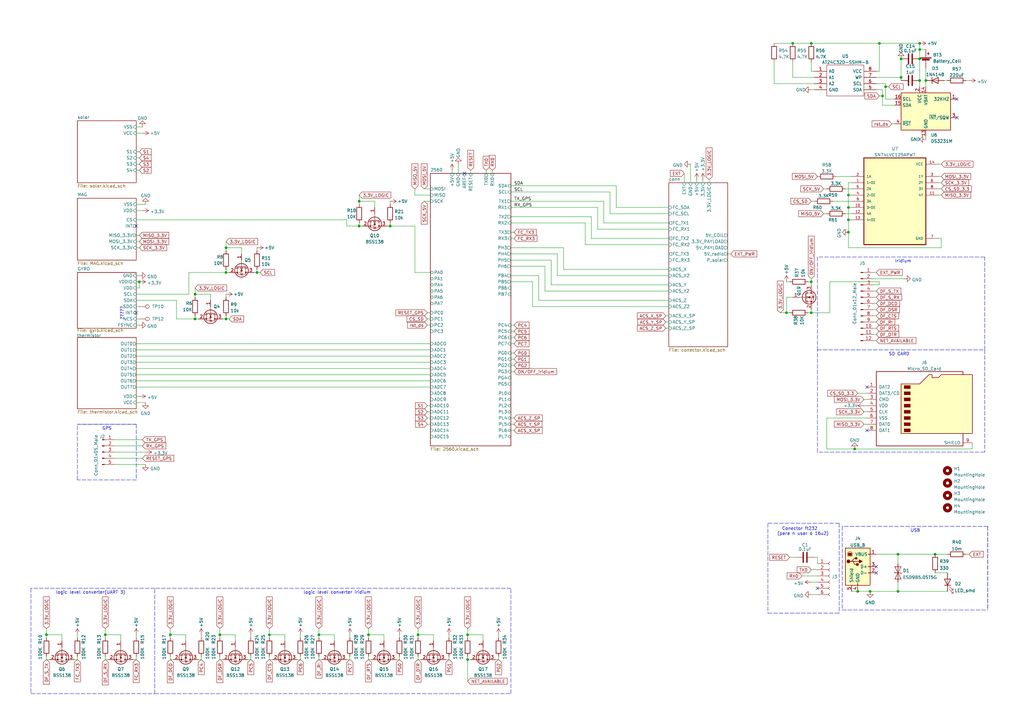
<source format=kicad_sch>
(kicad_sch (version 20211123) (generator eeschema)
  (paper "A3")
  (title_block (title "Flight computer") (rev "Cainã C.") (company "Atomsat"))
  (lib_symbols
    (symbol "1K_Custom_Symbol:TP_smt_1x1" (pin_numbers hide) (pin_names (offset 0.762) hide)
      (property "Reference" "TP" (at 0 6.858 0))
      (property "Value" "TP_smt_1x1" (at 0 5.08 0))
      (symbol "TP_smt_1x1_1_1"
        (pin passive line (at 0 0 90) (length 2.54) (name "1") (number "1"))
      )
    )
    (symbol "74LVC125APW:SN74LVC125APWT" (pin_names (offset 1.016))
      (property "Reference" "U" (at -12.7 18.78 0))
      (property "Value" "SN74LVC125APWT" (at -12.7 -21.78 0))
      (symbol "SN74LVC125APWT_0_0"
        (pin input line (at -17.78 7.62 0) (length 5.08) (name "1~OE") (number "1"))
        (pin input line (at -17.78 -2.54 0) (length 5.08) (name "3~OE") (number "10"))
        (pin output line (at 17.78 2.54 180) (length 5.08) (name "4Y") (number "11"))
        (pin input line (at -17.78 -5.08 0) (length 5.08) (name "4A") (number "12"))
        (pin input line (at -17.78 -7.62 0) (length 5.08) (name "4~OE") (number "13"))
        (pin power_in line (at 17.78 15.24 180) (length 5.08) (name "VCC") (number "14"))
        (pin input line (at -17.78 10.16 0) (length 5.08) (name "1A") (number "2"))
        (pin output line (at 17.78 10.16 180) (length 5.08) (name "1Y") (number "3"))
        (pin input line (at -17.78 2.54 0) (length 5.08) (name "2~OE") (number "4"))
        (pin input line (at -17.78 5.08 0) (length 5.08) (name "2A") (number "5"))
        (pin output line (at 17.78 7.62 180) (length 5.08) (name "2Y") (number "6"))
        (pin power_in line (at 17.78 -15.24 180) (length 5.08) (name "GND") (number "7"))
        (pin output line (at 17.78 5.08 180) (length 5.08) (name "3Y") (number "8"))
        (pin input line (at -17.78 0 0) (length 5.08) (name "3A") (number "9"))
      )
    )
    (symbol "AT24C32D:AT24C32D-SSHM-B" (pin_names (offset 0.762))
      (property "Reference" "IC" (at 21.59 7.62 0))
      (property "Value" "AT24C32D-SSHM-B" (at 21.59 5.08 0))
      (symbol "AT24C32D-SSHM-B_0_0"
        (pin passive line (at 0 0 0) (length 5.08) (name "A0") (number "1"))
        (pin passive line (at 0 -2.54 0) (length 5.08) (name "A1") (number "2"))
        (pin passive line (at 0 -5.08 0) (length 5.08) (name "A2") (number "3"))
        (pin passive line (at 0 -7.62 0) (length 5.08) (name "GND") (number "4"))
        (pin passive line (at 25.4 -7.62 180) (length 5.08) (name "SDA") (number "5"))
        (pin passive line (at 25.4 -5.08 180) (length 5.08) (name "SCL") (number "6"))
        (pin passive line (at 25.4 -2.54 180) (length 5.08) (name "WP") (number "7"))
        (pin passive line (at 25.4 0 180) (length 5.08) (name "VCC") (number "8"))
      )
    )
    (symbol "Connector:Conn_01x05_Male" (pin_names (offset 1.016) hide)
      (property "Reference" "J" (at 0 7.62 0))
      (property "Value" "Conn_01x05_Male" (at 0 -7.62 0))
      (symbol "Conn_01x05_Male_1_1"
        (pin passive line (at 5.08 5.08 180) (length 3.81) (name "Pin_1") (number "1"))
        (pin passive line (at 5.08 2.54 180) (length 3.81) (name "Pin_2") (number "2"))
        (pin passive line (at 5.08 0 180) (length 3.81) (name "Pin_3") (number "3"))
        (pin passive line (at 5.08 -2.54 180) (length 3.81) (name "Pin_4") (number "4"))
        (pin passive line (at 5.08 -5.08 180) (length 3.81) (name "Pin_5") (number "5"))
      )
    )
    (symbol "Connector:Conn_01x06_Female" (pin_names (offset 1.016) hide)
      (property "Reference" "J" (at 0 7.62 0))
      (property "Value" "Conn_01x06_Female" (at 0 -10.16 0))
      (symbol "Conn_01x06_Female_1_1"
        (pin passive line (at -5.08 5.08 0) (length 3.81) (name "Pin_1") (number "1"))
        (pin passive line (at -5.08 2.54 0) (length 3.81) (name "Pin_2") (number "2"))
        (pin passive line (at -5.08 0 0) (length 3.81) (name "Pin_3") (number "3"))
        (pin passive line (at -5.08 -2.54 0) (length 3.81) (name "Pin_4") (number "4"))
        (pin passive line (at -5.08 -5.08 0) (length 3.81) (name "Pin_5") (number "5"))
        (pin passive line (at -5.08 -7.62 0) (length 3.81) (name "Pin_6") (number "6"))
      )
    )
    (symbol "Connector:Conn_01x12_Male" (pin_names (offset 1.016) hide)
      (property "Reference" "J" (at 0 15.24 0))
      (property "Value" "Conn_01x12_Male" (at 0 -17.78 0))
      (symbol "Conn_01x12_Male_1_1"
        (pin passive line (at 5.08 12.7 180) (length 3.81) (name "Pin_1") (number "1"))
        (pin passive line (at 5.08 -10.16 180) (length 3.81) (name "Pin_10") (number "10"))
        (pin passive line (at 5.08 -12.7 180) (length 3.81) (name "Pin_11") (number "11"))
        (pin passive line (at 5.08 -15.24 180) (length 3.81) (name "Pin_12") (number "12"))
        (pin passive line (at 5.08 10.16 180) (length 3.81) (name "Pin_2") (number "2"))
        (pin passive line (at 5.08 7.62 180) (length 3.81) (name "Pin_3") (number "3"))
        (pin passive line (at 5.08 5.08 180) (length 3.81) (name "Pin_4") (number "4"))
        (pin passive line (at 5.08 2.54 180) (length 3.81) (name "Pin_5") (number "5"))
        (pin passive line (at 5.08 0 180) (length 3.81) (name "Pin_6") (number "6"))
        (pin passive line (at 5.08 -2.54 180) (length 3.81) (name "Pin_7") (number "7"))
        (pin passive line (at 5.08 -5.08 180) (length 3.81) (name "Pin_8") (number "8"))
        (pin passive line (at 5.08 -7.62 180) (length 3.81) (name "Pin_9") (number "9"))
      )
    )
    (symbol "Connector:Micro_SD_Card" (pin_names (offset 1.016))
      (property "Reference" "J" (at -16.51 15.24 0))
      (property "Value" "Micro_SD_Card" (at 16.51 15.24 0))
      (symbol "Micro_SD_Card_1_1"
        (pin bidirectional line (at -22.86 7.62 0) (length 3.81) (name "DAT2") (number "1"))
        (pin bidirectional line (at -22.86 5.08 0) (length 3.81) (name "DAT3/CD") (number "2"))
        (pin input line (at -22.86 2.54 0) (length 3.81) (name "CMD") (number "3"))
        (pin power_in line (at -22.86 0 0) (length 3.81) (name "VDD") (number "4"))
        (pin input line (at -22.86 -2.54 0) (length 3.81) (name "CLK") (number "5"))
        (pin power_in line (at -22.86 -5.08 0) (length 3.81) (name "VSS") (number "6"))
        (pin bidirectional line (at -22.86 -7.62 0) (length 3.81) (name "DAT0") (number "7"))
        (pin bidirectional line (at -22.86 -10.16 0) (length 3.81) (name "DAT1") (number "8"))
        (pin passive line (at 20.32 -15.24 180) (length 3.81) (name "SHIELD") (number "9"))
      )
    )
    (symbol "Connector:USB_B" (pin_names (offset 1.016))
      (property "Reference" "J" (at -5.08 11.43 0))
      (property "Value" "USB_B" (at -5.08 8.89 0))
      (symbol "USB_B_1_1"
        (pin power_out line (at 7.62 5.08 180) (length 2.54) (name "VBUS") (number "1"))
        (pin bidirectional line (at 7.62 -2.54 180) (length 2.54) (name "D-") (number "2"))
        (pin bidirectional line (at 7.62 0 180) (length 2.54) (name "D+") (number "3"))
        (pin power_out line (at 0 -10.16 90) (length 2.54) (name "GND") (number "4"))
        (pin passive line (at -2.54 -10.16 90) (length 2.54) (name "Shield") (number "5"))
      )
    )
    (symbol "Device:Battery_Cell" (pin_numbers hide) (pin_names (offset 0) hide)
      (property "Reference" "BT" (at 2.54 2.54 0))
      (property "Value" "Battery_Cell" (at 2.54 0 0))
      (symbol "Battery_Cell_1_1"
        (pin passive line (at 0 5.08 270) (length 2.54) (name "+") (number "1"))
        (pin passive line (at 0 -2.54 90) (length 2.54) (name "-") (number "2"))
      )
    )
    (symbol "Device:C" (pin_numbers hide) (pin_names (offset 0.254))
      (property "Reference" "C" (at 0.635 2.54 0))
      (property "Value" "C" (at 0.635 -2.54 0))
      (symbol "C_1_1"
        (pin passive line (at 0 3.81 270) (length 2.794) (name "~") (number "1"))
        (pin passive line (at 0 -3.81 90) (length 2.794) (name "~") (number "2"))
      )
    )
    (symbol "Device:D" (pin_numbers hide) (pin_names (offset 1.016) hide)
      (property "Reference" "D" (at 0 2.54 0))
      (property "Value" "D" (at 0 -2.54 0))
      (symbol "D_1_1"
        (pin passive line (at -3.81 0 0) (length 2.54) (name "K") (number "1"))
        (pin passive line (at 3.81 0 180) (length 2.54) (name "A") (number "2"))
      )
    )
    (symbol "Device:LED" (pin_numbers hide) (pin_names (offset 1.016) hide)
      (property "Reference" "D" (at 0 2.54 0))
      (property "Value" "LED" (at 0 -2.54 0))
      (symbol "LED_1_1"
        (pin passive line (at -3.81 0 0) (length 2.54) (name "K") (number "1"))
        (pin passive line (at 3.81 0 180) (length 2.54) (name "A") (number "2"))
      )
    )
    (symbol "Device:R" (pin_numbers hide) (pin_names (offset 0))
      (property "Reference" "R" (at 2.032 0 90))
      (property "Value" "R" (at 0 0 90))
      (symbol "R_1_1"
        (pin passive line (at 0 3.81 270) (length 1.27) (name "~") (number "1"))
        (pin passive line (at 0 -3.81 90) (length 1.27) (name "~") (number "2"))
      )
    )
    (symbol "Diode:ESD9B5.0ST5G" (pin_numbers hide) (pin_names (offset 1.016) hide)
      (property "Reference" "D" (at 0 2.54 0))
      (property "Value" "ESD9B5.0ST5G" (at 0 -2.54 0))
      (symbol "ESD9B5.0ST5G_1_1"
        (pin passive line (at -3.81 0 0) (length 2.54) (name "A1") (number "1"))
        (pin passive line (at 3.81 0 180) (length 2.54) (name "A2") (number "2"))
      )
    )
    (symbol "Mechanical:MountingHole" (pin_names (offset 1.016))
      (property "Reference" "H" (at 0 5.08 0))
      (property "Value" "MountingHole" (at 0 3.175 0))
    )
    (symbol "Timer_RTC:DS3231M"
      (property "Reference" "U" (at -7.62 8.89 0))
      (property "Value" "DS3231M" (at 10.16 8.89 0))
      (symbol "DS3231M_1_1"
        (pin open_collector line (at 12.7 5.08 180) (length 2.54) (name "32KHZ") (number "1"))
        (pin passive line (at 0 -10.16 90) (length 2.54) hide (name "GND") (number "10"))
        (pin passive line (at 0 -10.16 90) (length 2.54) hide (name "GND") (number "11"))
        (pin passive line (at 0 -10.16 90) (length 2.54) hide (name "GND") (number "12"))
        (pin power_in line (at 0 -10.16 90) (length 2.54) (name "GND") (number "13"))
        (pin power_in line (at 0 10.16 270) (length 2.54) (name "VBAT") (number "14"))
        (pin bidirectional line (at -12.7 2.54 0) (length 2.54) (name "SDA") (number "15"))
        (pin input line (at -12.7 5.08 0) (length 2.54) (name "SCL") (number "16"))
        (pin power_in line (at -2.54 10.16 270) (length 2.54) (name "VCC") (number "2"))
        (pin open_collector line (at 12.7 -2.54 180) (length 2.54) (name "~{INT}/SQW") (number "3"))
        (pin bidirectional line (at -12.7 -5.08 0) (length 2.54) (name "~{RST}") (number "4"))
        (pin passive line (at 0 -10.16 90) (length 2.54) hide (name "GND") (number "5"))
        (pin passive line (at 0 -10.16 90) (length 2.54) hide (name "GND") (number "6"))
        (pin passive line (at 0 -10.16 90) (length 2.54) hide (name "GND") (number "7"))
        (pin passive line (at 0 -10.16 90) (length 2.54) hide (name "GND") (number "8"))
        (pin passive line (at 0 -10.16 90) (length 2.54) hide (name "GND") (number "9"))
      )
    )
    (symbol "Transistor_FET:BSS138" (pin_names hide)
      (property "Reference" "Q" (at 5.08 1.905 0))
      (property "Value" "BSS138" (at 5.08 0 0))
      (symbol "BSS138_1_1"
        (pin input line (at -5.08 0 0) (length 2.54) (name "G") (number "1"))
        (pin passive line (at 2.54 -5.08 90) (length 2.54) (name "S") (number "2"))
        (pin passive line (at 2.54 5.08 270) (length 2.54) (name "D") (number "3"))
      )
    )
    (symbol "power:+3.3V" (power) (pin_names (offset 0))
      (property "Value" "+3.3V" (at 0 3.556 0))
      (symbol "+3.3V_1_1"
        (pin power_in line (at 0 0 90) (length 0) hide (name "+3.3V") (number "1"))
      )
    )
    (symbol "power:+5V" (power) (pin_names (offset 0))
      (property "Value" "+5V" (at 0 3.556 0))
      (symbol "+5V_1_1"
        (pin power_in line (at 0 0 90) (length 0) hide (name "+5V") (number "1"))
      )
    )
    (symbol "power:GND" (power) (pin_names (offset 0))
      (property "Value" "GND" (at 0 -3.81 0))
      (symbol "GND_1_1"
        (pin power_in line (at 0 0 270) (length 0) hide (name "GND") (number "1"))
      )
    )
  )
  (junction (at 332.74 115.57))
  (junction (at 360.68 17.78))
  (junction (at 332.74 17.78))
  (junction (at 347.98 80.01))
  (junction (at 369.57 24.13))
  (junction (at 80.01 130.81))
  (junction (at 377.19 33.02))
  (junction (at 90.17 260.35))
  (junction (at 69.85 260.35))
  (junction (at 147.32 82.55))
  (junction (at 347.98 95.25))
  (junction (at 325.12 17.78))
  (junction (at 19.05 260.35))
  (junction (at 383.54 227.33))
  (junction (at 160.02 92.71))
  (junction (at 191.77 270.51))
  (junction (at 151.13 260.35))
  (junction (at 110.49 260.35))
  (junction (at 92.71 101.6))
  (junction (at 171.45 260.35))
  (junction (at 80.01 120.65))
  (junction (at 356.87 242.57))
  (junction (at 377.19 24.13))
  (junction (at 347.98 85.09))
  (junction (at 363.22 35.56))
  (junction (at 379.73 33.02))
  (junction (at 350.52 184.15))
  (junction (at 377.19 20.32))
  (junction (at 322.58 128.27))
  (junction (at 368.3 242.57))
  (junction (at 347.98 90.17))
  (junction (at 57.15 115.57))
  (junction (at 368.3 227.33))
  (junction (at 369.57 31.75))
  (junction (at 147.32 92.71))
  (junction (at 105.41 111.76))
  (junction (at 332.74 128.27))
  (junction (at 351.79 242.57))
  (junction (at 377.19 17.78))
  (junction (at 92.71 130.81))
  (junction (at 191.77 260.35))
  (junction (at 361.95 39.37))
  (junction (at 130.81 260.35))
  (junction (at 43.18 260.35))
  (junction (at 92.71 111.76))
  (no_connect (at 359.41 232.41))
  (no_connect (at 55.88 92.71))
  (no_connect (at 335.28 241.3))
  (no_connect (at 55.88 128.27))
  (no_connect (at 355.6 176.53))
  (no_connect (at 190.5 71.12))
  (no_connect (at 355.6 158.75))
  (no_connect (at 392.43 48.26))
  (no_connect (at 392.43 40.64))
  (no_connect (at 359.41 234.95))
  (wire (pts (xy 332.74 29.21) (xy 332.74 25.4)))
  (wire (pts (xy 334.01 31.75) (xy 325.12 31.75)))
  (wire (pts (xy 153.67 82.55) (xy 153.67 85.09)))
  (wire (pts (xy 55.88 151.13) (xy 176.53 151.13)))
  (wire (pts (xy 110.49 257.81) (xy 110.49 260.35)))
  (wire (pts (xy 55.88 69.85) (xy 57.15 69.85)))
  (polyline (pts (xy 63.5 284.48) (xy 209.55 284.48)))
  (polyline (pts (xy 55.88 173.99) (xy 31.75 173.99)))
  (wire (pts (xy 383.54 227.33) (xy 368.3 227.33)))
  (wire (pts (xy 359.41 129.54) (xy 358.14 129.54)))
  (wire (pts (xy 359.41 124.46) (xy 358.14 124.46)))
  (polyline (pts (xy 405.13 215.9) (xy 345.44 215.9)))
  (wire (pts (xy 55.88 123.19) (xy 72.39 123.19)))
  (wire (pts (xy 151.13 269.24) (xy 151.13 270.51)))
  (wire (pts (xy 31.75 260.35) (xy 31.75 261.62)))
  (wire (pts (xy 204.47 260.35) (xy 204.47 261.62)))
  (wire (pts (xy 346.71 87.63) (xy 349.25 87.63)))
  (wire (pts (xy 252.73 85.09) (xy 252.73 76.2)))
  (wire (pts (xy 170.18 92.71) (xy 170.18 111.76)))
  (wire (pts (xy 92.71 130.81) (xy 93.98 130.81)))
  (wire (pts (xy 157.48 260.35) (xy 157.48 262.89)))
  (wire (pts (xy 209.55 147.32) (xy 210.82 147.32)))
  (wire (pts (xy 55.88 143.51) (xy 176.53 143.51)))
  (wire (pts (xy 191.77 269.24) (xy 191.77 270.51)))
  (wire (pts (xy 92.71 130.81) (xy 92.71 129.54)))
  (wire (pts (xy 19.05 257.81) (xy 19.05 260.35)))
  (wire (pts (xy 342.9 72.39) (xy 349.25 72.39)))
  (wire (pts (xy 104.14 111.76) (xy 105.41 111.76)))
  (wire (pts (xy 346.71 77.47) (xy 349.25 77.47)))
  (wire (pts (xy 77.47 111.76) (xy 92.71 111.76)))
  (wire (pts (xy 223.52 109.22) (xy 223.52 119.38)))
  (wire (pts (xy 55.88 133.35) (xy 57.15 133.35)))
  (wire (pts (xy 55.88 54.61) (xy 58.42 54.61)))
  (wire (pts (xy 360.68 17.78) (xy 377.19 17.78)))
  (wire (pts (xy 92.71 102.87) (xy 92.71 101.6)))
  (wire (pts (xy 242.57 97.79) (xy 242.57 88.9)))
  (wire (pts (xy 55.88 101.6) (xy 57.15 101.6)))
  (wire (pts (xy 349.25 242.57) (xy 351.79 242.57)))
  (wire (pts (xy 55.88 67.31) (xy 57.15 67.31)))
  (wire (pts (xy 143.51 270.51) (xy 143.51 269.24)))
  (wire (pts (xy 220.98 113.03) (xy 220.98 123.19)))
  (wire (pts (xy 80.01 120.65) (xy 86.36 120.65)))
  (wire (pts (xy 116.84 260.35) (xy 116.84 262.89)))
  (wire (pts (xy 55.88 156.21) (xy 176.53 156.21)))
  (wire (pts (xy 130.81 270.51) (xy 132.08 270.51)))
  (wire (pts (xy 147.32 91.44) (xy 147.32 92.71)))
  (wire (pts (xy 383.54 234.95) (xy 388.62 234.95)))
  (wire (pts (xy 43.18 269.24) (xy 43.18 270.51)))
  (wire (pts (xy 209.55 113.03) (xy 220.98 113.03)))
  (wire (pts (xy 49.53 260.35) (xy 49.53 262.89)))
  (wire (pts (xy 274.32 125.73) (xy 218.44 125.73)))
  (wire (pts (xy 245.11 93.98) (xy 274.32 93.98)))
  (wire (pts (xy 69.85 260.35) (xy 76.2 260.35)))
  (wire (pts (xy 322.58 128.27) (xy 322.58 121.92)))
  (wire (pts (xy 273.05 129.54) (xy 274.32 129.54)))
  (wire (pts (xy 110.49 270.51) (xy 111.76 270.51)))
  (wire (pts (xy 191.77 261.62) (xy 191.77 260.35)))
  (wire (pts (xy 368.3 242.57) (xy 388.62 242.57)))
  (wire (pts (xy 105.41 101.6) (xy 105.41 102.87)))
  (wire (pts (xy 176.53 80.01) (xy 170.18 80.01)))
  (wire (pts (xy 209.55 85.09) (xy 245.11 85.09)))
  (wire (pts (xy 360.68 17.78) (xy 360.68 29.21)))
  (wire (pts (xy 331.47 128.27) (xy 332.74 128.27)))
  (polyline (pts (xy 12.7 241.3) (xy 12.7 284.48)))
  (polyline (pts (xy 55.88 196.85) (xy 31.75 196.85)))
  (wire (pts (xy 360.68 39.37) (xy 361.95 39.37)))
  (wire (pts (xy 340.36 115.57) (xy 340.36 128.27)))
  (wire (pts (xy 368.3 227.33) (xy 359.41 227.33)))
  (wire (pts (xy 386.08 101.6) (xy 386.08 97.79)))
  (wire (pts (xy 273.05 132.08) (xy 274.32 132.08)))
  (wire (pts (xy 31.75 270.51) (xy 31.75 269.24)))
  (wire (pts (xy 92.71 110.49) (xy 92.71 111.76)))
  (wire (pts (xy 369.57 31.75) (xy 369.57 33.02)))
  (wire (pts (xy 355.6 171.45) (xy 339.09 171.45)))
  (wire (pts (xy 218.44 115.57) (xy 209.55 115.57)))
  (wire (pts (xy 55.88 62.23) (xy 57.15 62.23)))
  (wire (pts (xy 332.74 128.27) (xy 332.74 127)))
  (wire (pts (xy 332.74 233.68) (xy 335.28 233.68)))
  (wire (pts (xy 359.41 134.62) (xy 358.14 134.62)))
  (wire (pts (xy 162.56 270.51) (xy 163.83 270.51)))
  (polyline (pts (xy 345.44 250.19) (xy 405.13 250.19)))
  (wire (pts (xy 130.81 260.35) (xy 137.16 260.35)))
  (polyline (pts (xy 344.17 214.63) (xy 344.17 251.46)))
  (wire (pts (xy 317.5 17.78) (xy 325.12 17.78)))
  (wire (pts (xy 19.05 260.35) (xy 25.4 260.35)))
  (polyline (pts (xy 403.86 143.51) (xy 403.86 185.42)))
  (wire (pts (xy 81.28 270.51) (xy 82.55 270.51)))
  (wire (pts (xy 90.17 261.62) (xy 90.17 260.35)))
  (wire (pts (xy 322.58 115.57) (xy 323.85 115.57)))
  (wire (pts (xy 226.06 106.68) (xy 209.55 106.68)))
  (wire (pts (xy 209.55 91.44) (xy 240.03 91.44)))
  (wire (pts (xy 191.77 257.81) (xy 191.77 260.35)))
  (wire (pts (xy 121.92 270.51) (xy 123.19 270.51)))
  (wire (pts (xy 55.88 120.65) (xy 77.47 120.65)))
  (wire (pts (xy 175.26 171.45) (xy 176.53 171.45)))
  (wire (pts (xy 334.01 82.55) (xy 332.74 82.55)))
  (wire (pts (xy 193.04 69.85) (xy 193.04 71.12)))
  (wire (pts (xy 80.01 130.81) (xy 81.28 130.81)))
  (wire (pts (xy 110.49 269.24) (xy 110.49 270.51)))
  (wire (pts (xy 99.06 101.6) (xy 99.06 104.14)))
  (wire (pts (xy 105.41 111.76) (xy 106.68 111.76)))
  (wire (pts (xy 69.85 269.24) (xy 69.85 270.51)))
  (wire (pts (xy 349.25 74.93) (xy 347.98 74.93)))
  (wire (pts (xy 151.13 270.51) (xy 152.4 270.51)))
  (wire (pts (xy 191.77 270.51) (xy 193.04 270.51)))
  (wire (pts (xy 334.01 29.21) (xy 332.74 29.21)))
  (polyline (pts (xy 314.96 251.46) (xy 344.17 251.46)))
  (wire (pts (xy 280.67 71.12) (xy 280.67 74.93)))
  (wire (pts (xy 354.33 173.99) (xy 355.6 173.99)))
  (wire (pts (xy 339.09 171.45) (xy 339.09 184.15)))
  (wire (pts (xy 55.88 148.59) (xy 176.53 148.59)))
  (wire (pts (xy 25.4 260.35) (xy 25.4 262.89)))
  (wire (pts (xy 386.08 72.39) (xy 384.81 72.39)))
  (wire (pts (xy 367.03 43.18) (xy 361.95 43.18)))
  (wire (pts (xy 247.65 91.44) (xy 274.32 91.44)))
  (wire (pts (xy 288.29 73.66) (xy 288.29 74.93)))
  (wire (pts (xy 19.05 269.24) (xy 19.05 270.51)))
  (wire (pts (xy 55.88 158.75) (xy 176.53 158.75)))
  (wire (pts (xy 171.45 261.62) (xy 171.45 260.35)))
  (wire (pts (xy 55.88 118.11) (xy 57.15 118.11)))
  (wire (pts (xy 57.15 118.11) (xy 57.15 115.57)))
  (polyline (pts (xy 335.28 105.41) (xy 335.28 143.51)))
  (wire (pts (xy 147.32 82.55) (xy 153.67 82.55)))
  (wire (pts (xy 359.41 137.16) (xy 358.14 137.16)))
  (wire (pts (xy 175.26 168.91) (xy 176.53 168.91)))
  (wire (pts (xy 198.12 260.35) (xy 198.12 262.89)))
  (wire (pts (xy 55.88 146.05) (xy 176.53 146.05)))
  (wire (pts (xy 332.74 17.78) (xy 360.68 17.78)))
  (wire (pts (xy 377.19 24.13) (xy 377.19 33.02)))
  (wire (pts (xy 273.05 134.62) (xy 274.32 134.62)))
  (wire (pts (xy 347.98 74.93) (xy 347.98 80.01)))
  (wire (pts (xy 358.14 116.84) (xy 360.68 116.84)))
  (wire (pts (xy 160.02 82.55) (xy 160.02 83.82)))
  (wire (pts (xy 184.15 270.51) (xy 184.15 269.24)))
  (wire (pts (xy 209.55 95.25) (xy 210.82 95.25)))
  (wire (pts (xy 242.57 88.9) (xy 209.55 88.9)))
  (wire (pts (xy 359.41 121.92) (xy 358.14 121.92)))
  (wire (pts (xy 386.08 74.93) (xy 384.81 74.93)))
  (wire (pts (xy 130.81 261.62) (xy 130.81 260.35)))
  (wire (pts (xy 337.82 77.47) (xy 339.09 77.47)))
  (wire (pts (xy 250.19 87.63) (xy 274.32 87.63)))
  (polyline (pts (xy 209.55 241.3) (xy 63.5 241.3)))
  (wire (pts (xy 361.95 43.18) (xy 361.95 39.37)))
  (wire (pts (xy 130.81 257.81) (xy 130.81 260.35)))
  (wire (pts (xy 332.74 243.84) (xy 335.28 243.84)))
  (wire (pts (xy 335.28 228.6) (xy 335.28 231.14)))
  (wire (pts (xy 151.13 260.35) (xy 157.48 260.35)))
  (wire (pts (xy 361.95 36.83) (xy 359.41 36.83)))
  (wire (pts (xy 105.41 111.76) (xy 105.41 110.49)))
  (wire (pts (xy 55.88 99.06) (xy 57.15 99.06)))
  (polyline (pts (xy 12.7 284.48) (xy 63.5 284.48)))
  (wire (pts (xy 171.45 260.35) (xy 177.8 260.35)))
  (wire (pts (xy 339.09 184.15) (xy 350.52 184.15)))
  (wire (pts (xy 274.32 119.38) (xy 223.52 119.38)))
  (wire (pts (xy 80.01 118.11) (xy 80.01 120.65)))
  (wire (pts (xy 199.39 69.85) (xy 199.39 71.12)))
  (polyline (pts (xy 403.86 185.42) (xy 335.28 185.42)))
  (wire (pts (xy 354.33 166.37) (xy 355.6 166.37)))
  (wire (pts (xy 43.18 257.81) (xy 43.18 260.35)))
  (wire (pts (xy 228.6 104.14) (xy 228.6 113.03)))
  (wire (pts (xy 123.19 270.51) (xy 123.19 269.24)))
  (polyline (pts (xy 55.88 173.99) (xy 55.88 196.85)))
  (wire (pts (xy 123.19 260.35) (xy 123.19 261.62)))
  (wire (pts (xy 231.14 110.49) (xy 231.14 101.6)))
  (wire (pts (xy 347.98 85.09) (xy 349.25 85.09)))
  (wire (pts (xy 209.55 97.79) (xy 210.82 97.79)))
  (wire (pts (xy 175.26 133.35) (xy 176.53 133.35)))
  (wire (pts (xy 298.45 104.14) (xy 299.72 104.14)))
  (wire (pts (xy 387.35 33.02) (xy 388.62 33.02)))
  (wire (pts (xy 80.01 129.54) (xy 80.01 130.81)))
  (wire (pts (xy 201.93 69.85) (xy 201.93 71.12)))
  (wire (pts (xy 377.19 17.78) (xy 377.19 20.32)))
  (wire (pts (xy 226.06 106.68) (xy 226.06 116.84)))
  (wire (pts (xy 354.33 168.91) (xy 355.6 168.91)))
  (wire (pts (xy 82.55 270.51) (xy 82.55 269.24)))
  (wire (pts (xy 54.61 270.51) (xy 55.88 270.51)))
  (wire (pts (xy 359.41 29.21) (xy 360.68 29.21)))
  (wire (pts (xy 143.51 260.35) (xy 143.51 261.62)))
  (wire (pts (xy 398.78 184.15) (xy 350.52 184.15)))
  (wire (pts (xy 359.41 34.29) (xy 363.22 34.29)))
  (wire (pts (xy 358.14 119.38) (xy 359.41 119.38)))
  (wire (pts (xy 69.85 261.62) (xy 69.85 260.35)))
  (wire (pts (xy 252.73 76.2) (xy 209.55 76.2)))
  (wire (pts (xy 175.26 130.81) (xy 176.53 130.81)))
  (wire (pts (xy 175.26 166.37) (xy 176.53 166.37)))
  (polyline (pts (xy 31.75 173.99) (xy 55.88 173.99)))
  (wire (pts (xy 332.74 36.83) (xy 334.01 36.83)))
  (wire (pts (xy 209.55 104.14) (xy 228.6 104.14)))
  (wire (pts (xy 171.45 270.51) (xy 172.72 270.51)))
  (wire (pts (xy 220.98 123.19) (xy 274.32 123.19)))
  (wire (pts (xy 274.32 110.49) (xy 231.14 110.49)))
  (wire (pts (xy 175.26 128.27) (xy 176.53 128.27)))
  (wire (pts (xy 290.83 73.66) (xy 290.83 74.93)))
  (wire (pts (xy 147.32 80.01) (xy 147.32 82.55)))
  (wire (pts (xy 19.05 270.51) (xy 20.32 270.51)))
  (wire (pts (xy 209.55 78.74) (xy 250.19 78.74)))
  (wire (pts (xy 322.58 121.92) (xy 325.12 121.92)))
  (wire (pts (xy 317.5 34.29) (xy 317.5 25.4)))
  (wire (pts (xy 19.05 261.62) (xy 19.05 260.35)))
  (wire (pts (xy 341.63 82.55) (xy 349.25 82.55)))
  (wire (pts (xy 377.19 33.02) (xy 377.19 35.56)))
  (wire (pts (xy 209.55 82.55) (xy 247.65 82.55)))
  (wire (pts (xy 102.87 260.35) (xy 102.87 261.62)))
  (wire (pts (xy 358.14 111.76) (xy 359.41 111.76)))
  (wire (pts (xy 209.55 171.45) (xy 210.82 171.45)))
  (wire (pts (xy 358.14 132.08) (xy 359.41 132.08)))
  (wire (pts (xy 69.85 270.51) (xy 71.12 270.51)))
  (wire (pts (xy 209.55 109.22) (xy 223.52 109.22)))
  (wire (pts (xy 356.87 242.57) (xy 368.3 242.57)))
  (wire (pts (xy 334.01 34.29) (xy 317.5 34.29)))
  (wire (pts (xy 209.55 133.35) (xy 210.82 133.35)))
  (wire (pts (xy 245.11 85.09) (xy 245.11 93.98)))
  (wire (pts (xy 55.88 52.07) (xy 58.42 52.07)))
  (wire (pts (xy 92.71 101.6) (xy 99.06 101.6)))
  (wire (pts (xy 184.15 260.35) (xy 184.15 261.62)))
  (wire (pts (xy 332.74 238.76) (xy 335.28 238.76)))
  (wire (pts (xy 398.78 181.61) (xy 398.78 184.15)))
  (wire (pts (xy 55.88 270.51) (xy 55.88 269.24)))
  (wire (pts (xy 55.88 165.1) (xy 59.69 165.1)))
  (wire (pts (xy 175.26 173.99) (xy 176.53 173.99)))
  (wire (pts (xy 102.87 270.51) (xy 102.87 269.24)))
  (wire (pts (xy 332.74 116.84) (xy 332.74 115.57)))
  (wire (pts (xy 368.3 227.33) (xy 368.3 231.14)))
  (polyline (pts (xy 63.5 241.3) (xy 12.7 241.3)))
  (wire (pts (xy 363.22 34.29) (xy 363.22 35.56)))
  (wire (pts (xy 323.85 128.27) (xy 322.58 128.27)))
  (wire (pts (xy 55.88 115.57) (xy 57.15 115.57)))
  (wire (pts (xy 55.88 162.56) (xy 57.15 162.56)))
  (wire (pts (xy 240.03 91.44) (xy 240.03 100.33)))
  (polyline (pts (xy 314.96 214.63) (xy 314.96 251.46)))
  (wire (pts (xy 30.48 270.51) (xy 31.75 270.51)))
  (wire (pts (xy 76.2 260.35) (xy 76.2 262.89)))
  (wire (pts (xy 274.32 97.79) (xy 242.57 97.79)))
  (wire (pts (xy 69.85 257.81) (xy 69.85 260.35)))
  (wire (pts (xy 55.88 64.77) (xy 57.15 64.77)))
  (wire (pts (xy 209.55 135.89) (xy 210.82 135.89)))
  (wire (pts (xy 46.99 187.96) (xy 58.42 187.96)))
  (wire (pts (xy 396.24 33.02) (xy 397.51 33.02)))
  (wire (pts (xy 163.83 260.35) (xy 163.83 261.62)))
  (wire (pts (xy 137.16 260.35) (xy 137.16 262.89)))
  (wire (pts (xy 397.51 227.33) (xy 396.24 227.33)))
  (wire (pts (xy 209.55 152.4) (xy 210.82 152.4)))
  (wire (pts (xy 204.47 270.51) (xy 204.47 269.24)))
  (wire (pts (xy 77.47 120.65) (xy 77.47 111.76)))
  (wire (pts (xy 91.44 130.81) (xy 92.71 130.81)))
  (wire (pts (xy 177.8 260.35) (xy 177.8 262.89)))
  (wire (pts (xy 82.55 260.35) (xy 82.55 261.62)))
  (wire (pts (xy 173.99 77.47) (xy 176.53 77.47)))
  (wire (pts (xy 347.98 90.17) (xy 349.25 90.17)))
  (wire (pts (xy 90.17 270.51) (xy 91.44 270.51)))
  (wire (pts (xy 351.79 161.29) (xy 355.6 161.29)))
  (polyline (pts (xy 335.28 185.42) (xy 335.28 143.51)))
  (wire (pts (xy 368.3 242.57) (xy 368.3 238.76)))
  (wire (pts (xy 182.88 270.51) (xy 184.15 270.51)))
  (wire (pts (xy 80.01 121.92) (xy 80.01 120.65)))
  (wire (pts (xy 283.21 67.31) (xy 283.21 74.93)))
  (wire (pts (xy 334.01 228.6) (xy 335.28 228.6)))
  (wire (pts (xy 170.18 80.01) (xy 170.18 77.47)))
  (wire (pts (xy 325.12 17.78) (xy 332.74 17.78)))
  (wire (pts (xy 163.83 270.51) (xy 163.83 269.24)))
  (wire (pts (xy 46.99 180.34) (xy 58.42 180.34)))
  (wire (pts (xy 55.88 86.36) (xy 58.42 86.36)))
  (wire (pts (xy 360.68 116.84) (xy 360.68 115.57)))
  (wire (pts (xy 274.32 85.09) (xy 252.73 85.09)))
  (polyline (pts (xy 403.86 143.51) (xy 403.86 105.41)))
  (wire (pts (xy 323.85 228.6) (xy 326.39 228.6)))
  (wire (pts (xy 332.74 115.57) (xy 331.47 115.57)))
  (wire (pts (xy 340.36 115.57) (xy 360.68 115.57)))
  (wire (pts (xy 384.81 67.31) (xy 386.08 67.31)))
  (wire (pts (xy 55.88 260.35) (xy 55.88 261.62)))
  (wire (pts (xy 377.19 24.13) (xy 377.19 20.32)))
  (wire (pts (xy 332.74 115.57) (xy 332.74 114.3)))
  (wire (pts (xy 57.15 125.73) (xy 55.88 125.73)))
  (wire (pts (xy 209.55 138.43) (xy 210.82 138.43)))
  (wire (pts (xy 185.42 69.85) (xy 185.42 71.12)))
  (wire (pts (xy 379.73 27.94) (xy 379.73 33.02)))
  (wire (pts (xy 160.02 92.71) (xy 160.02 91.44)))
  (wire (pts (xy 337.82 87.63) (xy 339.09 87.63)))
  (wire (pts (xy 363.22 35.56) (xy 364.49 35.56)))
  (polyline (pts (xy 209.55 284.48) (xy 209.55 241.3)))
  (wire (pts (xy 347.98 80.01) (xy 349.25 80.01)))
  (polyline (pts (xy 335.28 143.51) (xy 403.86 143.51)))
  (wire (pts (xy 92.71 111.76) (xy 93.98 111.76)))
  (wire (pts (xy 151.13 257.81) (xy 151.13 260.35)))
  (wire (pts (xy 231.14 101.6) (xy 209.55 101.6)))
  (wire (pts (xy 86.36 120.65) (xy 86.36 123.19)))
  (wire (pts (xy 142.24 90.17) (xy 142.24 92.71)))
  (wire (pts (xy 191.77 270.51) (xy 191.77 279.4)))
  (wire (pts (xy 147.32 92.71) (xy 148.59 92.71)))
  (polyline (pts (xy 405.13 215.9) (xy 405.13 250.19)))
  (wire (pts (xy 55.88 83.82) (xy 59.69 83.82)))
  (wire (pts (xy 55.88 90.17) (xy 142.24 90.17)))
  (wire (pts (xy 170.18 111.76) (xy 176.53 111.76)))
  (wire (pts (xy 347.98 101.6) (xy 386.08 101.6)))
  (polyline (pts (xy 345.44 215.9) (xy 345.44 250.19)))
  (polyline (pts (xy 405.13 215.9) (xy 405.13 250.19)))
  (polyline (pts (xy 403.86 105.41) (xy 335.28 105.41)))
  (wire (pts (xy 250.19 78.74) (xy 250.19 87.63)))
  (wire (pts (xy 187.96 67.31) (xy 187.96 71.12)))
  (wire (pts (xy 379.73 33.02) (xy 379.73 35.56)))
  (wire (pts (xy 359.41 31.75) (xy 369.57 31.75)))
  (wire (pts (xy 365.76 50.8) (xy 367.03 50.8)))
  (wire (pts (xy 328.93 236.22) (xy 335.28 236.22)))
  (wire (pts (xy 320.04 128.27) (xy 322.58 128.27)))
  (wire (pts (xy 218.44 125.73) (xy 218.44 115.57)))
  (wire (pts (xy 160.02 92.71) (xy 170.18 92.71)))
  (wire (pts (xy 209.55 144.78) (xy 210.82 144.78)))
  (wire (pts (xy 173.99 82.55) (xy 176.53 82.55)))
  (wire (pts (xy 92.71 120.65) (xy 92.71 121.92)))
  (wire (pts (xy 226.06 116.84) (xy 274.32 116.84)))
  (wire (pts (xy 147.32 83.82) (xy 147.32 82.55)))
  (wire (pts (xy 383.54 227.33) (xy 388.62 227.33)))
  (wire (pts (xy 285.75 73.66) (xy 285.75 74.93)))
  (wire (pts (xy 158.75 92.71) (xy 160.02 92.71)))
  (wire (pts (xy 171.45 257.81) (xy 171.45 260.35)))
  (wire (pts (xy 351.79 242.57) (xy 356.87 242.57)))
  (wire (pts (xy 43.18 261.62) (xy 43.18 260.35)))
  (wire (pts (xy 191.77 260.35) (xy 198.12 260.35)))
  (wire (pts (xy 96.52 260.35) (xy 96.52 262.89)))
  (wire (pts (xy 358.14 114.3) (xy 370.84 114.3)))
  (wire (pts (xy 46.99 185.42) (xy 59.69 185.42)))
  (wire (pts (xy 55.88 140.97) (xy 176.53 140.97)))
  (wire (pts (xy 203.2 270.51) (xy 204.47 270.51)))
  (wire (pts (xy 72.39 130.81) (xy 80.01 130.81)))
  (wire (pts (xy 377.19 20.32) (xy 379.73 20.32)))
  (wire (pts (xy 46.99 190.5) (xy 59.69 190.5)))
  (wire (pts (xy 347.98 90.17) (xy 347.98 95.25)))
  (wire (pts (xy 142.24 270.51) (xy 143.51 270.51)))
  (polyline (pts (xy 63.5 284.48) (xy 63.5 241.3)))
  (wire (pts (xy 90.17 260.35) (xy 96.52 260.35)))
  (wire (pts (xy 130.81 269.24) (xy 130.81 270.51)))
  (wire (pts (xy 347.98 80.01) (xy 347.98 85.09)))
  (wire (pts (xy 369.57 24.13) (xy 369.57 31.75)))
  (wire (pts (xy 363.22 40.64) (xy 367.03 40.64)))
  (wire (pts (xy 90.17 257.81) (xy 90.17 260.35)))
  (wire (pts (xy 101.6 270.51) (xy 102.87 270.51)))
  (wire (pts (xy 55.88 96.52) (xy 57.15 96.52)))
  (wire (pts (xy 110.49 260.35) (xy 116.84 260.35)))
  (wire (pts (xy 347.98 85.09) (xy 347.98 90.17)))
  (wire (pts (xy 209.55 140.97) (xy 210.82 140.97)))
  (wire (pts (xy 358.14 127) (xy 359.41 127)))
  (wire (pts (xy 363.22 35.56) (xy 363.22 40.64)))
  (wire (pts (xy 340.36 128.27) (xy 332.74 128.27)))
  (wire (pts (xy 43.18 270.51) (xy 44.45 270.51)))
  (wire (pts (xy 325.12 31.75) (xy 325.12 25.4)))
  (wire (pts (xy 55.88 153.67) (xy 176.53 153.67)))
  (wire (pts (xy 46.99 182.88) (xy 58.42 182.88)))
  (wire (pts (xy 110.49 261.62) (xy 110.49 260.35)))
  (polyline (pts (xy 31.75 196.85) (xy 31.75 173.99)))
  (wire (pts (xy 386.08 80.01) (xy 384.81 80.01)))
  (wire (pts (xy 142.24 92.71) (xy 147.32 92.71)))
  (wire (pts (xy 209.55 173.99) (xy 210.82 173.99)))
  (wire (pts (xy 347.98 95.25) (xy 347.98 101.6)))
  (wire (pts (xy 209.55 149.86) (xy 210.82 149.86)))
  (polyline (pts (xy 344.17 214.63) (xy 314.96 214.63)))
  (wire (pts (xy 359.41 139.7) (xy 358.14 139.7)))
  (wire (pts (xy 92.71 99.06) (xy 92.71 101.6)))
  (wire (pts (xy 386.08 77.47) (xy 384.81 77.47)))
  (wire (pts (xy 151.13 261.62) (xy 151.13 260.35)))
  (wire (pts (xy 240.03 100.33) (xy 274.32 100.33)))
  (wire (pts (xy 247.65 82.55) (xy 247.65 91.44)))
  (wire (pts (xy 384.81 97.79) (xy 386.08 97.79)))
  (wire (pts (xy 72.39 123.19) (xy 72.39 130.81)))
  (wire (pts (xy 361.95 39.37) (xy 361.95 36.83)))
  (wire (pts (xy 209.55 176.53) (xy 210.82 176.53)))
  (wire (pts (xy 274.32 113.03) (xy 228.6 113.03)))
  (wire (pts (xy 55.88 113.03) (xy 57.15 113.03)))
  (wire (pts (xy 57.15 130.81) (xy 55.88 130.81)))
  (wire (pts (xy 354.33 163.83) (xy 355.6 163.83)))
  (wire (pts (xy 379.73 55.88) (xy 379.73 57.15)))
  (wire (pts (xy 171.45 269.24) (xy 171.45 270.51)))
  (wire (pts (xy 90.17 269.24) (xy 90.17 270.51)))
  (wire (pts (xy 43.18 260.35) (xy 49.53 260.35)))
  (text "SD CARD\n" (at 364.49 146.05 0) (effects (font (size 1.27 1.27)) (justify left bottom)))
  (text "Iridium" (at 367.03 107.95 0) (effects (font (size 1.27 1.27)) (justify left bottom)))
  (text "USB" (at 373.38 218.44 0) (effects (font (size 1.27 1.27)) (justify left bottom)))
  (text "logic level converter iridium\n" (at 124.46 243.84 0) (effects (font (size 1.27 1.27)) (justify left bottom)))
  (text "  Conector ft232\n(para n usar o 16u2)" (at 318.77 219.71 0) (effects (font (size 1.27 1.27)) (justify left bottom)))
  (text "logic level converter(UART 3)" (at 22.86 243.84 0) (effects (font (size 1.27 1.27)) (justify left bottom)))
  (text "?????\n" (at 50.8 125.73 270) (effects (font (size 1.27 1.27)) (justify right bottom)))
  (text "GPS\n" (at 41.91 176.53 0) (effects (font (size 1.27 1.27)) (justify left bottom)))
  (label "RX_GPS" (at 210.82 85.09 0))
  (label "SDA" (at 210.82 76.2 0))
  (label "TX_GPS" (at 210.82 82.55 0))
  (label "SCL" (at 210.82 78.74 0))
  (global_label "rst_ds" (shape input) (at 175.26 133.35 180) (property "Intersheet References" "${INTERSHEET_REFS}" (effects hide)))
  (global_label "FC_RX3" (shape input) (at 55.88 270.51 270) (property "Intersheet References" "${INTERSHEET_REFS}" (effects hide)))
  (global_label "RESET" (shape input) (at 323.85 228.6 180) (property "Intersheet References" "${INTERSHEET_REFS}" (effects hide)))
  (global_label "DF_CTS" (shape input) (at 359.41 129.54 0) (property "Intersheet References" "${INTERSHEET_REFS}" (effects hide)))
  (global_label "3.3V_LOGIC" (shape input) (at 19.05 257.81 90) (property "Intersheet References" "${INTERSHEET_REFS}" (effects hide)))
  (global_label "3.3V_LOGIC" (shape input) (at 147.32 80.01 0) (property "Intersheet References" "${INTERSHEET_REFS}" (effects hide)))
  (global_label "ACS_Y_SP" (shape input) (at 273.05 132.08 180) (property "Intersheet References" "${INTERSHEET_REFS}" (effects hide)))
  (global_label "S4" (shape input) (at 57.15 64.77 0) (property "Intersheet References" "${INTERSHEET_REFS}" (effects hide)))
  (global_label "DF_RTS" (shape input) (at 151.13 270.51 270) (property "Intersheet References" "${INTERSHEET_REFS}" (effects hide)))
  (global_label "3.3V_LOGIC" (shape input) (at 320.04 128.27 90) (property "Intersheet References" "${INTERSHEET_REFS}" (effects hide)))
  (global_label "S1" (shape input) (at 57.15 62.23 0) (property "Intersheet References" "${INTERSHEET_REFS}" (effects hide)))
  (global_label "3.3V_LOGIC" (shape input) (at 110.49 257.81 90) (property "Intersheet References" "${INTERSHEET_REFS}" (effects hide)))
  (global_label "PC7" (shape input) (at 210.82 140.97 0) (property "Intersheet References" "${INTERSHEET_REFS}" (effects hide)))
  (global_label "SCL" (shape input) (at 364.49 35.56 0) (property "Intersheet References" "${INTERSHEET_REFS}" (effects hide)))
  (global_label "DF_DSR" (shape input) (at 90.17 270.51 270) (property "Intersheet References" "${INTERSHEET_REFS}" (effects hide)))
  (global_label "PG0" (shape input) (at 163.83 270.51 270) (property "Intersheet References" "${INTERSHEET_REFS}" (effects hide)))
  (global_label "TX0" (shape input) (at 332.74 233.68 180) (property "Intersheet References" "${INTERSHEET_REFS}" (effects hide)))
  (global_label "S1" (shape input) (at 175.26 166.37 180) (property "Intersheet References" "${INTERSHEET_REFS}" (effects hide)))
  (global_label "DF_S_TX" (shape input) (at 19.05 270.51 270) (property "Intersheet References" "${INTERSHEET_REFS}" (effects hide)))
  (global_label "3.3V_LOGIC" (shape input) (at 191.77 257.81 90) (property "Intersheet References" "${INTERSHEET_REFS}" (effects hide)))
  (global_label "3.3V_LOGIC" (shape input) (at 92.71 99.06 0) (property "Intersheet References" "${INTERSHEET_REFS}" (effects hide)))
  (global_label "RX0" (shape input) (at 201.93 69.85 90) (property "Intersheet References" "${INTERSHEET_REFS}" (effects hide)))
  (global_label "DF_DTR" (shape input) (at 359.41 137.16 0) (property "Intersheet References" "${INTERSHEET_REFS}" (effects hide)))
  (global_label "ON{slash}OFF_iridium" (shape input) (at 210.82 152.4 0) (property "Intersheet References" "${INTERSHEET_REFS}" (effects hide)))
  (global_label "SCK_5V" (shape input) (at 337.82 77.47 180) (property "Intersheet References" "${INTERSHEET_REFS}" (effects hide)))
  (global_label "PG2" (shape input) (at 210.82 149.86 0) (property "Intersheet References" "${INTERSHEET_REFS}" (effects hide)))
  (global_label "MOSI_3.3V" (shape input) (at 386.08 72.39 0) (property "Intersheet References" "${INTERSHEET_REFS}" (effects hide)))
  (global_label "RESET_GPS" (shape input) (at 58.42 187.96 0) (property "Intersheet References" "${INTERSHEET_REFS}" (effects hide)))
  (global_label "MOSI_3.3V" (shape input) (at 354.33 163.83 180) (property "Intersheet References" "${INTERSHEET_REFS}" (effects hide)))
  (global_label "FC_RX3" (shape input) (at 210.82 97.79 0) (property "Intersheet References" "${INTERSHEET_REFS}" (effects hide)))
  (global_label "S2" (shape input) (at 175.26 168.91 180) (property "Intersheet References" "${INTERSHEET_REFS}" (effects hide)))
  (global_label "EXT" (shape input) (at 397.51 227.33 0) (property "Intersheet References" "${INTERSHEET_REFS}" (effects hide)))
  (global_label "3.3V_LOGIC" (shape input) (at 69.85 257.81 90) (property "Intersheet References" "${INTERSHEET_REFS}" (effects hide)))
  (global_label "EXT_PWR" (shape input) (at 299.72 104.14 0) (property "Intersheet References" "${INTERSHEET_REFS}" (effects hide)))
  (global_label "3.3V_LOGIC" (shape input) (at 43.18 257.81 90) (property "Intersheet References" "${INTERSHEET_REFS}" (effects hide)))
  (global_label "S4" (shape input) (at 175.26 173.99 180) (property "Intersheet References" "${INTERSHEET_REFS}" (effects hide)))
  (global_label "CS_SD_3.3" (shape input) (at 351.79 161.29 180) (property "Intersheet References" "${INTERSHEET_REFS}" (effects hide)))
  (global_label "SDA" (shape input) (at 360.68 39.37 180) (property "Intersheet References" "${INTERSHEET_REFS}" (effects hide)))
  (global_label "DF_DSR" (shape input) (at 359.41 127 0) (property "Intersheet References" "${INTERSHEET_REFS}" (effects hide)))
  (global_label "3.3V_LOGIC" (shape input) (at 386.08 67.31 0) (property "Intersheet References" "${INTERSHEET_REFS}" (effects hide)))
  (global_label "RX0" (shape input) (at 328.93 236.22 180) (property "Intersheet References" "${INTERSHEET_REFS}" (effects hide)))
  (global_label "DF_RI" (shape input) (at 130.81 270.51 270) (property "Intersheet References" "${INTERSHEET_REFS}" (effects hide)))
  (global_label "PC6" (shape input) (at 210.82 138.43 0) (property "Intersheet References" "${INTERSHEET_REFS}" (effects hide)))
  (global_label "3.3V_LOGIC" (shape input) (at 171.45 257.81 90) (property "Intersheet References" "${INTERSHEET_REFS}" (effects hide)))
  (global_label "DF_S_RX" (shape input) (at 359.41 121.92 0) (property "Intersheet References" "${INTERSHEET_REFS}" (effects hide)))
  (global_label "SCK_5V" (shape input) (at 173.99 82.55 270) (property "Intersheet References" "${INTERSHEET_REFS}" (effects hide)))
  (global_label "DF_CTS" (shape input) (at 110.49 270.51 270) (property "Intersheet References" "${INTERSHEET_REFS}" (effects hide)))
  (global_label "S2" (shape input) (at 57.15 69.85 0) (property "Intersheet References" "${INTERSHEET_REFS}" (effects hide)))
  (global_label "SCK_3.3V" (shape input) (at 57.15 101.6 0) (property "Intersheet References" "${INTERSHEET_REFS}" (effects hide)))
  (global_label "ACS_X_SP" (shape input) (at 210.82 176.53 0) (property "Intersheet References" "${INTERSHEET_REFS}" (effects hide)))
  (global_label "3.3V_LOGIC" (shape input) (at 80.01 118.11 0) (property "Intersheet References" "${INTERSHEET_REFS}" (effects hide)))
  (global_label "PG2" (shape input) (at 204.47 270.51 270) (property "Intersheet References" "${INTERSHEET_REFS}" (effects hide)))
  (global_label "NET_AVAILABLE" (shape input) (at 359.41 139.7 0) (property "Intersheet References" "${INTERSHEET_REFS}" (effects hide)))
  (global_label "3.3V_LOGIC" (shape input) (at 151.13 257.81 90) (property "Intersheet References" "${INTERSHEET_REFS}" (effects hide)))
  (global_label "RESET_GPS" (shape input) (at 175.26 128.27 180) (property "Intersheet References" "${INTERSHEET_REFS}" (effects hide)))
  (global_label "PC6" (shape input) (at 123.19 270.51 270) (property "Intersheet References" "${INTERSHEET_REFS}" (effects hide)))
  (global_label "MISO_5V" (shape input) (at 170.18 77.47 90) (property "Intersheet References" "${INTERSHEET_REFS}" (effects hide)))
  (global_label "TX_GPS" (shape input) (at 58.42 180.34 0) (property "Intersheet References" "${INTERSHEET_REFS}" (effects hide)))
  (global_label "DF_DCD" (shape input) (at 359.41 124.46 0) (property "Intersheet References" "${INTERSHEET_REFS}" (effects hide)))
  (global_label "DF_DCD" (shape input) (at 69.85 270.51 270) (property "Intersheet References" "${INTERSHEET_REFS}" (effects hide)))
  (global_label "RESET" (shape input) (at 193.04 69.85 90) (property "Intersheet References" "${INTERSHEET_REFS}" (effects hide)))
  (global_label "DF_S_TX" (shape input) (at 359.41 119.38 0) (property "Intersheet References" "${INTERSHEET_REFS}" (effects hide)))
  (global_label "PG1" (shape input) (at 210.82 147.32 0) (property "Intersheet References" "${INTERSHEET_REFS}" (effects hide)))
  (global_label "MOSI_5V" (shape input) (at 173.99 77.47 90) (property "Intersheet References" "${INTERSHEET_REFS}" (effects hide)))
  (global_label "3.3V_LOGIC" (shape input) (at 130.81 257.81 90) (property "Intersheet References" "${INTERSHEET_REFS}" (effects hide)))
  (global_label "DF_S_RX" (shape input) (at 43.18 270.51 270) (property "Intersheet References" "${INTERSHEET_REFS}" (effects hide)))
  (global_label "ACS_Z_SP" (shape input) (at 273.05 134.62 180) (property "Intersheet References" "${INTERSHEET_REFS}" (effects hide)))
  (global_label "ON{slash}OFF_iridium" (shape input) (at 332.74 114.3 90) (property "Intersheet References" "${INTERSHEET_REFS}" (effects hide)))
  (global_label "SCL" (shape input) (at 106.68 111.76 0) (property "Intersheet References" "${INTERSHEET_REFS}" (effects hide)))
  (global_label "3.3V_LOGIC" (shape input) (at 290.83 73.66 90) (property "Intersheet References" "${INTERSHEET_REFS}" (effects hide)))
  (global_label "DF_RTS" (shape input) (at 359.41 134.62 0) (property "Intersheet References" "${INTERSHEET_REFS}" (effects hide)))
  (global_label "SCK_3.3V" (shape input) (at 354.33 168.91 180) (property "Intersheet References" "${INTERSHEET_REFS}" (effects hide)))
  (global_label "S3" (shape input) (at 57.15 67.31 0) (property "Intersheet References" "${INTERSHEET_REFS}" (effects hide)))
  (global_label "DF_RI" (shape input) (at 359.41 132.08 0) (property "Intersheet References" "${INTERSHEET_REFS}" (effects hide)))
  (global_label "3.3V_LOGIC" (shape input) (at 90.17 257.81 90) (property "Intersheet References" "${INTERSHEET_REFS}" (effects hide)))
  (global_label "DF_DTR" (shape input) (at 171.45 270.51 270) (property "Intersheet References" "${INTERSHEET_REFS}" (effects hide)))
  (global_label "MISO_5V" (shape input) (at 337.82 87.63 180) (property "Intersheet References" "${INTERSHEET_REFS}" (effects hide)))
  (global_label "ACS_Y_SP" (shape input) (at 210.82 173.99 0) (property "Intersheet References" "${INTERSHEET_REFS}" (effects hide)))
  (global_label "FC_TX3" (shape input) (at 31.75 270.51 270) (property "Intersheet References" "${INTERSHEET_REFS}" (effects hide)))
  (global_label "SDA" (shape input) (at 93.98 130.81 0) (property "Intersheet References" "${INTERSHEET_REFS}" (effects hide)))
  (global_label "SCK_3.3V" (shape input) (at 386.08 74.93 0) (property "Intersheet References" "${INTERSHEET_REFS}" (effects hide)))
  (global_label "EXT_PWR" (shape input) (at 359.41 111.76 0) (property "Intersheet References" "${INTERSHEET_REFS}" (effects hide)))
  (global_label "RX_GPS" (shape input) (at 58.42 182.88 0) (property "Intersheet References" "${INTERSHEET_REFS}" (effects hide)))
  (global_label "PG1" (shape input) (at 184.15 270.51 270) (property "Intersheet References" "${INTERSHEET_REFS}" (effects hide)))
  (global_label "CS_SD" (shape input) (at 175.26 130.81 180) (property "Intersheet References" "${INTERSHEET_REFS}" (effects hide)))
  (global_label "PC4" (shape input) (at 82.55 270.51 270) (property "Intersheet References" "${INTERSHEET_REFS}" (effects hide)))
  (global_label "PC7" (shape input) (at 143.51 270.51 270) (property "Intersheet References" "${INTERSHEET_REFS}" (effects hide)))
  (global_label "rst_ds" (shape input) (at 365.76 50.8 180) (property "Intersheet References" "${INTERSHEET_REFS}" (effects hide)))
  (global_label "PC4" (shape input) (at 210.82 133.35 0) (property "Intersheet References" "${INTERSHEET_REFS}" (effects hide)))
  (global_label "ACS_Z_SP" (shape input) (at 210.82 171.45 0) (property "Intersheet References" "${INTERSHEET_REFS}" (effects hide)))
  (global_label "PC5" (shape input) (at 102.87 270.51 270) (property "Intersheet References" "${INTERSHEET_REFS}" (effects hide)))
  (global_label "PG0" (shape input) (at 210.82 144.78 0) (property "Intersheet References" "${INTERSHEET_REFS}" (effects hide)))
  (global_label "CS_SD" (shape input) (at 332.74 82.55 180) (property "Intersheet References" "${INTERSHEET_REFS}" (effects hide)))
  (global_label "MOSI_3.3V" (shape input) (at 57.15 99.06 0) (property "Intersheet References" "${INTERSHEET_REFS}" (effects hide)))
  (global_label "MISO_3.3V" (shape input) (at 354.33 173.99 180) (property "Intersheet References" "${INTERSHEET_REFS}" (effects hide)))
  (global_label "S3" (shape input) (at 175.26 171.45 180) (property "Intersheet References" "${INTERSHEET_REFS}" (effects hide)))
  (global_label "MISO_3.3V" (shape input) (at 57.15 96.52 0) (property "Intersheet References" "${INTERSHEET_REFS}" (effects hide)))
  (global_label "EXT" (shape input) (at 280.67 71.12 180) (property "Intersheet References" "${INTERSHEET_REFS}" (effects hide)))
  (global_label "FC_TX3" (shape input) (at 210.82 95.25 0) (property "Intersheet References" "${INTERSHEET_REFS}" (effects hide)))
  (global_label "PC5" (shape input) (at 210.82 135.89 0) (property "Intersheet References" "${INTERSHEET_REFS}" (effects hide)))
  (global_label "ACS_X_SP" (shape input) (at 273.05 129.54 180) (property "Intersheet References" "${INTERSHEET_REFS}" (effects hide)))
  (global_label "MOSI_5V" (shape input) (at 335.28 72.39 180) (property "Intersheet References" "${INTERSHEET_REFS}" (effects hide)))
  (global_label "TX0" (shape input) (at 199.39 69.85 90) (property "Intersheet References" "${INTERSHEET_REFS}" (effects hide)))
  (global_label "NET_AVAILABLE" (shape input) (at 191.77 279.4 0) (property "Intersheet References" "${INTERSHEET_REFS}" (effects hide)))
  (global_label "MISO_3.3V" (shape input) (at 386.08 80.01 0) (property "Intersheet References" "${INTERSHEET_REFS}" (effects hide)))
  (global_label "CS_SD_3.3" (shape input) (at 386.08 77.47 0) (property "Intersheet References" "${INTERSHEET_REFS}" (effects hide)))
  (symbol (lib_id "power:GND") (at 350.52 184.15 180) (unit 1)
    (property "Reference" "#PWR037" (effects hide))
    (property "Value" "GND" (at 350.52 180.5742 0))
  )
  (symbol (lib_id "Connector:Conn_01x06_Female") (at 340.36 236.22 0) (unit 1)
    (property "Reference" "J3" (at 341.0712 236.5815 0) (effects (justify left)))
    (property "Value" "Conn_01x06_Female" (effects hide))
    (property "Footprint" "Connector_PinSocket_2.54mm:PinSocket_1x06_P2.54mm_Horizontal" (effects hide))
  )
  (symbol (lib_id "Device:R") (at 80.01 125.73 0) (unit 1)
    (property "Reference" "R6" (at 76.2 124.46 0) (effects (justify left)))
    (property "Value" "10K" (at 74.93 127 0) (effects (justify left)))
    (property "Footprint" "Resistor_SMD:R_0805_2012Metric" (effects hide))
  )
  (symbol (lib_id "power:+3.3V") (at 354.33 166.37 90) (unit 1)
    (property "Reference" "#PWR038" (effects hide))
    (property "Value" "+3.3V" (at 351.79 166.37 90) (effects (justify left)))
  )
  (symbol (lib_id "Transistor_FET:BSS138") (at 86.36 128.27 270) (unit 1)
    (property "Reference" "Q4" (at 88.9 125.73 90))
    (property "Value" "BSS138" (effects hide))
    (property "Footprint" "Package_TO_SOT_SMD:SOT-23" (effects hide))
    (property "Datasheet" "https://www.onsemi.com/pub/Collateral/BSS138-D.PDF" (effects hide))
  )
  (symbol (lib_id "Device:R") (at 332.74 21.59 0) (unit 1)
    (property "Reference" "R56" (at 334.518 20.7553 0) (effects (justify left)))
    (property "Value" "4.7K" (at 334.518 23.2922 0) (effects (justify left)))
    (property "Footprint" "Resistor_SMD:R_0603_1608Metric" (effects hide))
  )
  (symbol (lib_id "Device:R") (at 143.51 265.43 0) (unit 1)
    (property "Reference" "R28" (at 146.05 264.16 90) (effects (justify left)))
    (property "Value" "100K" (at 146.05 270.51 90) (effects (justify left)))
    (property "Footprint" "Resistor_SMD:R_0805_2012Metric" (effects hide))
  )
  (symbol (lib_id "power:GND") (at 59.69 165.1 0) (unit 1)
    (property "Reference" "#PWR010" (effects hide))
    (property "Value" "GND" (at 59.69 169.5434 0))
  )
  (symbol (lib_id "Device:R") (at 171.45 265.43 0) (unit 1)
    (property "Reference" "R31" (at 168.91 264.16 90) (effects (justify left)))
    (property "Value" "100K" (at 168.91 270.51 90) (effects (justify left)))
    (property "Footprint" "Resistor_SMD:R_0805_2012Metric" (effects hide))
  )
  (symbol (lib_id "1K_Custom_Symbol:TP_smt_1x1") (at 57.15 125.73 270) (unit 1)
    (property "Reference" "TP10" (at 64.77 125.73 90))
    (property "Value" "TP_smt_1x1" (effects hide))
    (property "Footprint" "TestPoint:TestPoint_Pad_1.0x1.0mm" (effects hide))
  )
  (symbol (lib_id "Device:R") (at 105.41 106.68 0) (unit 1)
    (property "Reference" "R11" (at 107.188 105.8453 0) (effects (justify left)))
    (property "Value" "10k" (at 107.188 108.3822 0) (effects (justify left)))
    (property "Footprint" "Resistor_SMD:R_0805_2012Metric" (effects hide))
  )
  (symbol (lib_id "power:+3.3V") (at 57.15 115.57 270) (unit 1)
    (property "Reference" "#PWR04" (effects hide))
    (property "Value" "+3.3V" (at 60.325 116.0038 90) (effects (justify left)))
  )
  (symbol (lib_id "power:GND") (at 370.84 114.3 90) (unit 1)
    (property "Reference" "#PWR040" (effects hide))
    (property "Value" "GND" (at 374.015 114.7338 90) (effects (justify right)))
  )
  (symbol (lib_id "Device:R") (at 82.55 265.43 0) (unit 1)
    (property "Reference" "R20" (at 85.09 262.89 90) (effects (justify left)))
    (property "Value" "100K" (at 85.09 270.51 90) (effects (justify left)))
    (property "Footprint" "Resistor_SMD:R_0805_2012Metric" (effects hide))
  )
  (symbol (lib_id "Device:R") (at 342.9 77.47 270) (unit 1)
    (property "Reference" "R59" (at 341.63 80.01 90))
    (property "Value" "3.3K" (at 342.9 75.2911 90))
    (property "Footprint" "Resistor_SMD:R_0805_2012Metric" (effects hide))
  )
  (symbol (lib_id "Device:R") (at 327.66 128.27 90) (unit 1)
    (property "Reference" "R38" (at 326.39 133.35 0) (effects (justify left)))
    (property "Value" "10K" (at 328.93 133.35 0) (effects (justify left)))
    (property "Footprint" "Resistor_SMD:R_0805_2012Metric" (effects hide))
  )
  (symbol (lib_id "Transistor_FET:BSS138") (at 25.4 267.97 270) (unit 1)
    (property "Reference" "Q6" (at 25.4 274.4454 90))
    (property "Value" "BSS138" (at 25.4 276.9823 90))
    (property "Footprint" "Package_TO_SOT_SMD:SOT-23" (effects hide))
    (property "Datasheet" "https://www.onsemi.com/pub/Collateral/BSS138-D.PDF" (effects hide))
  )
  (symbol (lib_id "power:+5V") (at 58.42 54.61 270) (unit 1)
    (property "Reference" "#PWR0109" (effects hide))
    (property "Value" "+5V" (at 63.5 54.61 90))
  )
  (symbol (lib_id "power:+5V") (at 163.83 260.35 0) (unit 1)
    (property "Reference" "#PWR027" (effects hide))
    (property "Value" "+5V" (at 163.83 255.27 90))
  )
  (symbol (lib_id "Mechanical:MountingHole") (at 388.62 203.2 0) (mirror y) (unit 1)
    (property "Reference" "H3" (at 391.16 202.3653 0) (effects (justify right)))
    (property "Value" "MountingHole" (at 391.16 204.9022 0) (effects (justify right)))
    (property "Footprint" "MountingHole:MountingHole_3.2mm_M3_Pad_Via" (effects hide))
  )
  (symbol (lib_id "Mechanical:MountingHole") (at 388.62 193.04 0) (mirror y) (unit 1)
    (property "Reference" "H1" (at 391.16 192.2053 0) (effects (justify right)))
    (property "Value" "MountingHole" (at 391.16 194.7422 0) (effects (justify right)))
    (property "Footprint" "MountingHole:MountingHole_3.2mm_M3_Pad_Via" (effects hide))
  )
  (symbol (lib_id "Device:R") (at 19.05 265.43 0) (unit 1)
    (property "Reference" "R10" (at 16.51 264.16 90) (effects (justify left)))
    (property "Value" "100K" (at 16.51 270.51 90) (effects (justify left)))
    (property "Footprint" "Resistor_SMD:R_0805_2012Metric" (effects hide))
  )
  (symbol (lib_id "Mechanical:MountingHole") (at 388.62 198.12 0) (mirror y) (unit 1)
    (property "Reference" "H2" (at 391.16 197.2853 0) (effects (justify right)))
    (property "Value" "MountingHole" (at 391.16 199.8222 0) (effects (justify right)))
    (property "Footprint" "MountingHole:MountingHole_3.2mm_M3_Pad_Via" (effects hide))
  )
  (symbol (lib_id "Transistor_FET:BSS138") (at 49.53 267.97 270) (unit 1)
    (property "Reference" "Q7" (at 49.53 274.4454 90))
    (property "Value" "BSS138" (at 49.53 276.9823 90))
    (property "Footprint" "Package_TO_SOT_SMD:SOT-23" (effects hide))
    (property "Datasheet" "https://www.onsemi.com/pub/Collateral/BSS138-D.PDF" (effects hide))
  )
  (symbol (lib_id "Device:R") (at 69.85 265.43 0) (unit 1)
    (property "Reference" "R17" (at 67.31 264.16 90) (effects (justify left)))
    (property "Value" "100K" (at 67.31 270.51 90) (effects (justify left)))
    (property "Footprint" "Resistor_SMD:R_0805_2012Metric" (effects hide))
  )
  (symbol (lib_id "Device:R") (at 184.15 265.43 0) (unit 1)
    (property "Reference" "R32" (at 186.69 264.16 90) (effects (justify left)))
    (property "Value" "100K" (at 186.69 270.51 90) (effects (justify left)))
    (property "Footprint" "Resistor_SMD:R_0805_2012Metric" (effects hide))
  )
  (symbol (lib_id "Connector:Conn_01x05_Male") (at 41.91 185.42 0) (unit 1)
    (property "Reference" "J2" (at 41.91 179.07 0))
    (property "Value" "Conn_01x05_Male" (at 39.37 186.69 90))
    (property "Footprint" "Connector_PinHeader_2.54mm:PinHeader_1x05_P2.54mm_Horizontal" (effects hide))
  )
  (symbol (lib_id "power:+5V") (at 31.75 260.35 0) (unit 1)
    (property "Reference" "#PWR016" (effects hide))
    (property "Value" "+5V" (at 31.75 255.27 90))
  )
  (symbol (lib_id "74LVC125APW:SN74LVC125APWT") (at 367.03 82.55 0) (unit 1)
    (property "Reference" "U7" (at 367.03 60.9922 0))
    (property "Value" "SN74LVC125APWT" (at 367.03 63.5291 0))
    (property "Footprint" "SOP65P640X120-14N" (effects hide))
  )
  (symbol (lib_id "power:+5V") (at 322.58 115.57 0) (unit 1)
    (property "Reference" "#PWR034" (effects hide))
    (property "Value" "+5V" (at 322.58 110.49 90))
  )
  (symbol (lib_id "power:+5V") (at 55.88 260.35 0) (unit 1)
    (property "Reference" "#PWR017" (effects hide))
    (property "Value" "+5V" (at 55.88 255.27 90))
  )
  (symbol (lib_id "Device:R") (at 317.5 21.59 0) (unit 1)
    (property "Reference" "R54" (at 319.278 20.7553 0) (effects (justify left)))
    (property "Value" "4.7K" (at 319.278 23.2922 0) (effects (justify left)))
    (property "Footprint" "Resistor_SMD:R_0603_1608Metric" (effects hide))
  )
  (symbol (lib_id "Mechanical:MountingHole") (at 388.62 208.28 0) (mirror y) (unit 1)
    (property "Reference" "H4" (at 391.16 207.4453 0) (effects (justify right)))
    (property "Value" "MountingHole" (at 391.16 209.9822 0) (effects (justify right)))
    (property "Footprint" "MountingHole:MountingHole_3.2mm_M3_Pad_Via" (effects hide))
  )
  (symbol (lib_id "Device:D") (at 383.54 33.02 0) (unit 1)
    (property "Reference" "D3" (at 383.54 28.0502 0))
    (property "Value" "1N4148" (at 383.54 30.5871 0))
    (property "Footprint" "Diode_SMD:D_0402_1005Metric_Pad0.77x0.64mm_HandSolder" (effects hide))
  )
  (symbol (lib_id "Device:R") (at 342.9 87.63 270) (unit 1)
    (property "Reference" "R61" (at 341.63 90.17 90))
    (property "Value" "3.3K" (at 342.9 85.4511 90))
    (property "Footprint" "Resistor_SMD:R_0805_2012Metric" (effects hide))
  )
  (symbol (lib_id "power:+5V") (at 105.41 101.6 270) (unit 1)
    (property "Reference" "#PWR015" (effects hide))
    (property "Value" "+5V" (at 110.49 101.6 90))
  )
  (symbol (lib_id "Connector:USB_B") (at 351.79 232.41 0) (unit 1)
    (property "Reference" "J4" (at 351.79 220.8235 0))
    (property "Value" "USB_B" (at 351.79 223.5986 0))
    (property "Footprint" "Connector_USB:USB_Micro-B_Molex-105017-0001" (effects hide))
    (property "Datasheet" "https://br.mouser.com/ProductDetail/Wurth-Elektronik/61400416121?qs=rS3zZhy2AQOfJvFesH7XZA%3D%3D" (effects hide))
  )
  (symbol (lib_id "Device:R") (at 130.81 265.43 0) (unit 1)
    (property "Reference" "R27" (at 128.27 264.16 90) (effects (justify left)))
    (property "Value" "100K" (at 128.27 270.51 90) (effects (justify left)))
    (property "Footprint" "Resistor_SMD:R_0805_2012Metric" (effects hide))
  )
  (symbol (lib_id "power:GND") (at 187.96 67.31 180) (unit 1)
    (property "Reference" "#PWR024" (effects hide))
    (property "Value" "GND" (at 187.96 64.77 90) (effects (justify right)))
  )
  (symbol (lib_id "Transistor_FET:BSS138") (at 137.16 267.97 270) (unit 1)
    (property "Reference" "Q14" (at 137.16 274.4454 90))
    (property "Value" "BSS138" (at 137.16 276.9823 90))
    (property "Footprint" "Package_TO_SOT_SMD:SOT-23" (effects hide))
    (property "Datasheet" "https://www.onsemi.com/pub/Collateral/BSS138-D.PDF" (effects hide))
  )
  (symbol (lib_id "Device:R") (at 151.13 265.43 0) (unit 1)
    (property "Reference" "R29" (at 148.59 264.16 90) (effects (justify left)))
    (property "Value" "100K" (at 148.59 270.51 90) (effects (justify left)))
    (property "Footprint" "Resistor_SMD:R_0805_2012Metric" (effects hide))
  )
  (symbol (lib_id "Device:LED") (at 388.62 238.76 90) (unit 1)
    (property "Reference" "D2" (at 391.541 239.439 90) (effects (justify right)))
    (property "Value" "LED_smd" (at 391.541 242.2141 90) (effects (justify right)))
    (property "Footprint" "LED_SMD:LED_0603_1608Metric" (effects hide))
    (property "Datasheet" "https://br.mouser.com/ProductDetail/ams-OSRAM/LY-Q396-P1Q2-36?qs=znB0%2F8lYn%252BufPazslz%2FXyQ%3D%3D" (effects hide))
  )
  (symbol (lib_id "power:+5V") (at 92.71 120.65 270) (unit 1)
    (property "Reference" "#PWR014" (effects hide))
    (property "Value" "+5V" (at 97.79 120.65 90))
  )
  (symbol (lib_id "power:+5V") (at 57.15 162.56 270) (unit 1)
    (property "Reference" "#PWR05" (effects hide))
    (property "Value" "+5V" (at 60.325 162.9938 90) (effects (justify left)))
  )
  (symbol (lib_id "Device:R") (at 147.32 87.63 0) (unit 1)
    (property "Reference" "R18" (at 142.24 86.36 0) (effects (justify left)))
    (property "Value" "10K" (at 142.24 88.9 0) (effects (justify left)))
    (property "Footprint" "Resistor_SMD:R_0805_2012Metric" (effects hide))
  )
  (symbol (lib_id "power:GND") (at 332.74 36.83 270) (unit 1)
    (property "Reference" "#PWR0104" (effects hide))
    (property "Value" "GND" (at 326.39 36.83 90) (effects (justify left)))
  )
  (symbol (lib_id "Connector:Micro_SD_Card") (at 378.46 166.37 0) (unit 1)
    (property "Reference" "J6" (at 379.095 148.7002 0))
    (property "Value" "Micro_SD_Card" (at 379.095 151.2371 0))
    (property "Footprint" "Connector_Card:microSD_HC_Wuerth_693072010801" (effects hide))
    (property "Datasheet" "http://katalog.we-online.de/em/datasheet/693072010801.pdf" (effects hide))
  )
  (symbol (lib_id "Transistor_FET:BSS138") (at 330.2 121.92 0) (unit 1)
    (property "Reference" "Q19" (at 327.66 119.38 90))
    (property "Value" "BSS138" (effects hide))
    (property "Footprint" "Package_TO_SOT_SMD:SOT-23" (effects hide))
    (property "Datasheet" "https://www.onsemi.com/pub/Collateral/BSS138-D.PDF" (effects hide))
  )
  (symbol (lib_id "power:GND") (at 59.69 190.5 0) (unit 1)
    (property "Reference" "#PWR012" (effects hide))
    (property "Value" "GND" (at 61.595 192.2038 0) (effects (justify left)))
  )
  (symbol (lib_id "power:GND") (at 347.98 95.25 270) (unit 1)
    (property "Reference" "#PWR0108" (effects hide))
    (property "Value" "GND" (at 344.1782 93.5446 0) (effects (justify left)))
  )
  (symbol (lib_id "Device:R") (at 123.19 265.43 0) (unit 1)
    (property "Reference" "R26" (at 125.73 264.16 90) (effects (justify left)))
    (property "Value" "100K" (at 125.73 270.51 90) (effects (justify left)))
    (property "Footprint" "Resistor_SMD:R_0805_2012Metric" (effects hide))
  )
  (symbol (lib_id "Device:R") (at 204.47 265.43 0) (unit 1)
    (property "Reference" "R34" (at 207.01 264.16 90) (effects (justify left)))
    (property "Value" "100K" (at 207.01 270.51 90) (effects (justify left)))
    (property "Footprint" "Resistor_SMD:R_0805_2012Metric" (effects hide))
  )
  (symbol (lib_id "Device:R") (at 160.02 87.63 0) (unit 1)
    (property "Reference" "R21" (at 161.798 86.7953 0) (effects (justify left)))
    (property "Value" "10k" (at 161.798 89.3322 0) (effects (justify left)))
    (property "Footprint" "Resistor_SMD:R_0805_2012Metric" (effects hide))
  )
  (symbol (lib_id "power:+3.3V") (at 59.69 185.42 270) (unit 1)
    (property "Reference" "#PWR011" (effects hide))
    (property "Value" "+3.3V" (at 62.865 185.8538 90) (effects (justify left)))
  )
  (symbol (lib_id "power:+3.3V") (at 288.29 73.66 0) (unit 1)
    (property "Reference" "#PWR032" (effects hide))
    (property "Value" "+3.3V" (at 288.29 67.31 90))
  )
  (symbol (lib_id "power:+5V") (at 332.74 238.76 90) (unit 1)
    (property "Reference" "#PWR035" (effects hide))
    (property "Value" "+5V" (at 329.5651 239.239 90) (effects (justify left)))
  )
  (symbol (lib_id "Device:Battery_Cell") (at 379.73 25.4 0) (unit 1)
    (property "Reference" "BT3" (at 382.651 22.5333 0) (effects (justify left)))
    (property "Value" "Battery_Cell" (at 382.651 25.0702 0) (effects (justify left)))
    (property "Footprint" "Battery:BatteryHolder_Keystone_3000_1x12mm" (effects hide))
  )
  (symbol (lib_id "Device:R") (at 31.75 265.43 0) (unit 1)
    (property "Reference" "R12" (at 34.29 264.16 90) (effects (justify left)))
    (property "Value" "100K" (at 34.29 270.51 90) (effects (justify left)))
    (property "Footprint" "Resistor_SMD:R_0805_2012Metric" (effects hide))
  )
  (symbol (lib_id "power:+5V") (at 184.15 260.35 0) (unit 1)
    (property "Reference" "#PWR028" (effects hide))
    (property "Value" "+5V" (at 184.15 255.27 90))
  )
  (symbol (lib_id "power:+5V") (at 102.87 260.35 0) (unit 1)
    (property "Reference" "#PWR022" (effects hide))
    (property "Value" "+5V" (at 102.87 255.27 90))
  )
  (symbol (lib_id "Device:R") (at 43.18 265.43 0) (unit 1)
    (property "Reference" "R13" (at 40.64 264.16 90) (effects (justify left)))
    (property "Value" "100K" (at 40.64 270.51 90) (effects (justify left)))
    (property "Footprint" "Resistor_SMD:R_0805_2012Metric" (effects hide))
  )
  (symbol (lib_id "power:+5V") (at 285.75 73.66 0) (unit 1)
    (property "Reference" "#PWR031" (effects hide))
    (property "Value" "+5V" (at 285.75 68.58 90))
  )
  (symbol (lib_id "power:+5V") (at 143.51 260.35 0) (unit 1)
    (property "Reference" "#PWR026" (effects hide))
    (property "Value" "+5V" (at 143.51 255.27 90))
  )
  (symbol (lib_id "Device:R") (at 337.82 82.55 270) (unit 1)
    (property "Reference" "R60" (at 335.28 85.09 90))
    (property "Value" "3.3K" (at 337.82 80.3711 90))
    (property "Footprint" "Resistor_SMD:R_0805_2012Metric" (effects hide))
  )
  (symbol (lib_id "Device:C") (at 373.38 24.13 90) (unit 1)
    (property "Reference" "C14" (at 373.4332 18.919 90))
    (property "Value" "0.1uF" (at 373.38 20.8081 90))
    (property "Footprint" "Capacitor_SMD:C_1206_3216Metric" (effects hide))
  )
  (symbol (lib_id "Transistor_FET:BSS138") (at 157.48 267.97 270) (unit 1)
    (property "Reference" "Q15" (at 157.48 274.4454 90))
    (property "Value" "BSS138" (at 157.48 276.9823 90))
    (property "Footprint" "Package_TO_SOT_SMD:SOT-23" (effects hide))
    (property "Datasheet" "https://www.onsemi.com/pub/Collateral/BSS138-D.PDF" (effects hide))
  )
  (symbol (lib_id "power:GND") (at 332.74 243.84 270) (unit 1)
    (property "Reference" "#PWR036" (effects hide))
    (property "Value" "GND" (at 329.5651 244.319 90) (effects (justify right)))
  )
  (symbol (lib_id "power:+5V") (at 82.55 260.35 0) (unit 1)
    (property "Reference" "#PWR019" (effects hide))
    (property "Value" "+5V" (at 82.55 255.27 90))
  )
  (symbol (lib_id "Device:C") (at 330.2 228.6 90) (unit 1)
    (property "Reference" "C1" (at 330.2 223.52 90))
    (property "Value" "0.1uF" (at 330.2 225.2496 90))
    (property "Footprint" "Capacitor_SMD:C_1206_3216Metric" (effects hide))
    (property "Datasheet" "https://br.mouser.com/ProductDetail/KEMET/C1206C104K3GACAUTO?qs=sGAEpiMZZMt7gvpyg0xT8jBHDtGZvLzXNxVR%252B3txHeWxiCh0%252BEjffw%3D%3D" (effects hide))
  )
  (symbol (lib_id "power:GND") (at 57.15 133.35 90) (unit 1)
    (property "Reference" "#PWR0101" (effects hide))
    (property "Value" "GND" (at 60.325 133.7838 90) (effects (justify right)))
  )
  (symbol (lib_id "Device:C") (at 373.38 33.02 90) (unit 1)
    (property "Reference" "C15" (at 373.38 27.1612 90))
    (property "Value" "1uF" (at 373.38 29.6981 90))
    (property "Footprint" "Capacitor_SMD:C_0603_1608Metric" (effects hide))
  )
  (symbol (lib_id "Device:R") (at 383.54 231.14 180) (unit 1)
    (property "Reference" "R39" (at 385.318 230.2315 0) (effects (justify right)))
    (property "Value" "330" (at 385.318 233.0066 0) (effects (justify right)))
    (property "Footprint" "Resistor_SMD:R_0603_1608Metric" (effects hide))
  )
  (symbol (lib_id "Device:R") (at 110.49 265.43 0) (unit 1)
    (property "Reference" "R25" (at 107.95 264.16 90) (effects (justify left)))
    (property "Value" "100K" (at 107.95 270.51 90) (effects (justify left)))
    (property "Footprint" "Resistor_SMD:R_0805_2012Metric" (effects hide))
  )
  (symbol (lib_id "Device:R") (at 392.43 227.33 90) (unit 1)
    (property "Reference" "R40" (at 392.43 222.3475 90))
    (property "Value" "10m" (at 392.43 225.1226 90))
    (property "Footprint" "Resistor_SMD:R_2010_5025Metric" (effects hide))
  )
  (symbol (lib_id "power:+5V") (at 397.51 33.02 270) (unit 1)
    (property "Reference" "#PWR0107" (effects hide))
    (property "Value" "+5V" (at 400.685 33.4538 90) (effects (justify left)))
  )
  (symbol (lib_id "power:+5V") (at 377.19 17.78 270) (unit 1)
    (property "Reference" "#PWR0105" (effects hide))
    (property "Value" "+5V" (at 382.27 17.78 90))
  )
  (symbol (lib_id "AT24C32D:AT24C32D-SSHM-B") (at 334.01 29.21 0) (unit 1)
    (property "Reference" "U5" (at 346.71 23.021 0))
    (property "Value" "AT24C32D-SSHM-B" (at 346.71 25.5579 0))
    (property "Footprint" "SOIC127P600X175-8N" (effects hide))
    (property "Datasheet" "http://www.atmel.com/images/atmel-8866-seeprom-at24c32d-datasheet.pdf" (effects hide))
    (property "Description" "AT24C32D-SSHM-B, EEPROM Memory 32kbit,, 4096 x, 8bit, Serial-2 Wire, 550ns 1.7  5.5 V, 8-Pin SOIC" (effects hide))
    (property "Height" "1.75" (effects hide))
    (property "Manufacturer_Name" "Microchip" (effects hide))
    (property "Manufacturer_Part_Number" "AT24C32D-SSHM-B" (effects hide))
    (property "Mouser Part Number" "556-AT24C32D-SSHM-B" (effects hide))
    (property "Mouser Price/Stock" "https://www.mouser.co.uk/ProductDetail/Microchip-Technology-Atmel/AT24C32D-SSHM-B?qs=ZZMt4ii29sN2mTRLl%2FnVJA%3D%3D" (effects hide))
    (property "Arrow Part Number" "AT24C32D-SSHM-B" (effects hide))
    (property "Arrow Price/Stock" "https://www.arrow.com/en/products/at24c32d-sshm-b/microchip-technology?region=nac" (effects hide))
  )
  (symbol (lib_id "power:+5V") (at 185.42 69.85 0) (unit 1)
    (property "Reference" "#PWR023" (effects hide))
    (property "Value" "+5V" (at 185.42 64.77 90))
  )
  (symbol (lib_id "power:GND") (at 283.21 67.31 270) (unit 1)
    (property "Reference" "#PWR030" (effects hide))
    (property "Value" "GND" (at 280.0351 67.7438 90) (effects (justify right)))
  )
  (symbol (lib_id "Device:R") (at 191.77 265.43 0) (unit 1)
    (property "Reference" "R33" (at 189.23 264.16 90) (effects (justify left)))
    (property "Value" "100K" (at 189.23 270.51 90) (effects (justify left)))
    (property "Footprint" "Resistor_SMD:R_0805_2012Metric" (effects hide))
  )
  (symbol (lib_id "Connector:Conn_01x12_Male") (at 353.06 124.46 0) (unit 1)
    (property "Reference" "J5" (at 353.695 107.984 0))
    (property "Value" "Conn_01x12_Male" (at 350.52 124.46 90))
    (property "Footprint" "Connector_Molex:Molex_Pico-Lock_504050-1291_1x12-1MP_P1.50mm_Horizontal" (effects hide))
  )
  (symbol (lib_id "Device:R") (at 102.87 265.43 0) (unit 1)
    (property "Reference" "R24" (at 105.41 264.16 90) (effects (justify left)))
    (property "Value" "100K" (at 105.41 270.51 90) (effects (justify left)))
    (property "Footprint" "Resistor_SMD:R_0805_2012Metric" (effects hide))
  )
  (symbol (lib_id "power:GND") (at 58.42 52.07 180) (unit 1)
    (property "Reference" "#PWR0110" (effects hide))
    (property "Value" "GND" (at 58.42 48.4942 0))
  )
  (symbol (lib_id "power:+5V") (at 123.19 260.35 0) (unit 1)
    (property "Reference" "#PWR025" (effects hide))
    (property "Value" "+5V" (at 123.19 255.27 90))
  )
  (symbol (lib_id "Device:R") (at 327.66 115.57 90) (unit 1)
    (property "Reference" "R37" (at 326.8253 113.792 0) (effects (justify left)))
    (property "Value" "10k" (at 329.3622 113.792 0) (effects (justify left)))
    (property "Footprint" "Resistor_SMD:R_0805_2012Metric" (effects hide))
  )
  (symbol (lib_id "Transistor_FET:BSS138") (at 198.12 267.97 270) (unit 1)
    (property "Reference" "Q17" (at 198.12 274.4454 90))
    (property "Value" "BSS138" (at 198.12 276.9823 90))
    (property "Footprint" "Package_TO_SOT_SMD:SOT-23" (effects hide))
    (property "Datasheet" "https://www.onsemi.com/pub/Collateral/BSS138-D.PDF" (effects hide))
  )
  (symbol (lib_id "Transistor_FET:BSS138") (at 99.06 109.22 270) (unit 1)
    (property "Reference" "Q5" (at 101.6 106.68 90))
    (property "Value" "BSS138" (effects hide))
    (property "Footprint" "Package_TO_SOT_SMD:SOT-23" (effects hide))
    (property "Datasheet" "https://www.onsemi.com/pub/Collateral/BSS138-D.PDF" (effects hide))
  )
  (symbol (lib_id "power:GND") (at 369.57 24.13 180) (unit 1)
    (property "Reference" "#PWR0106" (effects hide))
    (property "Value" "GND" (at 369.57 17.78 90) (effects (justify left)))
  )
  (symbol (lib_id "Device:R") (at 92.71 125.73 0) (unit 1)
    (property "Reference" "R9" (at 94.488 124.8953 0) (effects (justify left)))
    (property "Value" "10k" (at 94.488 127.4322 0) (effects (justify left)))
    (property "Footprint" "Resistor_SMD:R_0805_2012Metric" (effects hide))
  )
  (symbol (lib_id "Transistor_FET:BSS138") (at 76.2 267.97 270) (unit 1)
    (property "Reference" "Q9" (at 76.2 274.4454 90))
    (property "Value" "BSS138" (at 76.2 276.9823 90))
    (property "Footprint" "Package_TO_SOT_SMD:SOT-23" (effects hide))
    (property "Datasheet" "https://www.onsemi.com/pub/Collateral/BSS138-D.PDF" (effects hide))
  )
  (symbol (lib_id "Timer_RTC:DS3231M") (at 379.73 45.72 0) (unit 1)
    (property "Reference" "U6" (at 381.7494 55.3704 0) (effects (justify left)))
    (property "Value" "DS3231M" (at 381.7494 57.9073 0) (effects (justify left)))
    (property "Footprint" "Package_SO:SOIC-16W_7.5x10.3mm_P1.27mm" (effects hide))
    (property "Datasheet" "http://datasheets.maximintegrated.com/en/ds/DS3231.pdf" (effects hide))
  )
  (symbol (lib_id "Device:R") (at 325.12 21.59 0) (unit 1)
    (property "Reference" "R55" (at 326.898 20.7553 0) (effects (justify left)))
    (property "Value" "4.7K" (at 326.898 23.2922 0) (effects (justify left)))
    (property "Footprint" "Resistor_SMD:R_0603_1608Metric" (effects hide))
  )
  (symbol (lib_id "Device:R") (at 339.09 72.39 270) (unit 1)
    (property "Reference" "R58" (at 339.09 67.6742 90))
    (property "Value" "3.3K" (at 339.09 70.2111 90))
    (property "Footprint" "Resistor_SMD:R_0805_2012Metric" (effects hide))
  )
  (symbol (lib_id "power:+5V") (at 204.47 260.35 0) (unit 1)
    (property "Reference" "#PWR029" (effects hide))
    (property "Value" "+5V" (at 204.47 255.27 90))
  )
  (symbol (lib_id "Device:R") (at 92.71 106.68 0) (unit 1)
    (property "Reference" "R8" (at 88.9 105.41 0) (effects (justify left)))
    (property "Value" "10K" (at 87.63 107.95 0) (effects (justify left)))
    (property "Footprint" "Resistor_SMD:R_0805_2012Metric" (effects hide))
  )
  (symbol (lib_id "Transistor_FET:BSS138") (at 153.67 90.17 270) (unit 1)
    (property "Reference" "Q10" (at 153.67 96.6454 90))
    (property "Value" "BSS138" (at 153.67 99.1823 90))
    (property "Footprint" "Package_TO_SOT_SMD:SOT-23" (effects hide))
    (property "Datasheet" "https://www.onsemi.com/pub/Collateral/BSS138-D.PDF" (effects hide))
  )
  (symbol (lib_id "power:GND") (at 379.73 57.15 270) (unit 1)
    (property "Reference" "#PWR0111" (effects hide))
    (property "Value" "GND" (at 373.38 57.15 90) (effects (justify left)))
  )
  (symbol (lib_id "Transistor_FET:BSS138") (at 116.84 267.97 270) (unit 1)
    (property "Reference" "Q13" (at 116.84 274.4454 90))
    (property "Value" "BSS138" (at 116.84 276.9823 90))
    (property "Footprint" "Package_TO_SOT_SMD:SOT-23" (effects hide))
    (property "Datasheet" "https://www.onsemi.com/pub/Collateral/BSS138-D.PDF" (effects hide))
  )
  (symbol (lib_id "Diode:ESD9B5.0ST5G") (at 368.3 234.95 90) (unit 1)
    (property "Reference" "D1" (at 370.3066 234.0415 90) (effects (justify right)))
    (property "Value" "ESD9B5.0ST5G" (at 370.3066 236.8166 90) (effects (justify right)))
    (property "Footprint" "Diode_SMD:D_SOD-923" (effects hide))
    (property "Datasheet" "https://www.onsemi.com/pub/Collateral/ESD9B-D.PDF" (effects hide))
  )
  (symbol (lib_id "power:+3.3V") (at 58.42 86.36 270) (unit 1)
    (property "Reference" "#PWR06" (effects hide))
    (property "Value" "+3.3V" (at 61.595 86.7938 90) (effects (justify left)))
  )
  (symbol (lib_id "Device:R") (at 392.43 33.02 90) (unit 1)
    (property "Reference" "R57" (at 392.43 28.3042 90))
    (property "Value" "220uF" (at 392.43 30.8411 90))
    (property "Footprint" "Resistor_SMD:R_0603_1608Metric" (effects hide))
  )
  (symbol (lib_id "power:GND") (at 57.15 113.03 90) (unit 1)
    (property "Reference" "#PWR03" (effects hide))
    (property "Value" "GND" (at 60.325 113.4638 90) (effects (justify right)))
  )
  (symbol (lib_id "Device:R") (at 90.17 265.43 0) (unit 1)
    (property "Reference" "R23" (at 87.63 264.16 90) (effects (justify left)))
    (property "Value" "100K" (at 87.63 270.51 90) (effects (justify left)))
    (property "Footprint" "Resistor_SMD:R_0805_2012Metric" (effects hide))
  )
  (symbol (lib_id "Transistor_FET:BSS138") (at 177.8 267.97 270) (unit 1)
    (property "Reference" "Q16" (at 177.8 274.4454 90))
    (property "Value" "BSS138" (at 177.8 276.9823 90))
    (property "Footprint" "Package_TO_SOT_SMD:SOT-23" (effects hide))
    (property "Datasheet" "https://www.onsemi.com/pub/Collateral/BSS138-D.PDF" (effects hide))
  )
  (symbol (lib_id "power:GND") (at 59.69 83.82 180) (unit 1)
    (property "Reference" "#PWR09" (effects hide))
    (property "Value" "GND" (at 59.69 80.2442 0))
  )
  (symbol (lib_id "Device:R") (at 55.88 265.43 0) (unit 1)
    (property "Reference" "R15" (at 58.42 264.16 90) (effects (justify left)))
    (property "Value" "100K" (at 58.42 270.51 90) (effects (justify left)))
    (property "Footprint" "Resistor_SMD:R_0805_2012Metric" (effects hide))
  )
  (symbol (lib_id "Transistor_FET:BSS138") (at 96.52 267.97 270) (unit 1)
    (property "Reference" "Q12" (at 96.52 274.4454 90))
    (property "Value" "BSS138" (at 96.52 276.9823 90))
    (property "Footprint" "Package_TO_SOT_SMD:SOT-23" (effects hide))
    (property "Datasheet" "https://www.onsemi.com/pub/Collateral/BSS138-D.PDF" (effects hide))
  )
  (symbol (lib_id "power:GND") (at 356.87 242.57 0) (unit 1)
    (property "Reference" "#PWR039" (effects hide))
    (property "Value" "GND" (at 356.87 247.1325 0))
  )
  (symbol (lib_id "Device:R") (at 163.83 265.43 0) (unit 1)
    (property "Reference" "R30" (at 166.37 264.16 90) (effects (justify left)))
    (property "Value" "100K" (at 166.37 270.51 90) (effects (justify left)))
    (property "Footprint" "Resistor_SMD:R_0805_2012Metric" (effects hide))
  )
  (symbol (lib_id "power:+5V") (at 160.02 82.55 270) (unit 1)
    (property "Reference" "#PWR020" (effects hide))
    (property "Value" "+5V" (at 165.1 82.55 90))
  )
  (symbol (lib_id "1K_Custom_Symbol:TP_smt_1x1") (at 57.15 130.81 270) (unit 1)
    (property "Reference" "TP12" (at 64.77 130.81 90))
    (property "Value" "TP_smt_1x1" (effects hide))
    (property "Footprint" "TestPoint:TestPoint_Pad_1.0x1.0mm" (effects hide))
  )
  (sheet (at 31.75 138.43) (size 24.13 29.21) (stroke (width 0.1524))
    (property "Sheet name" "thermistor " (at 31.5618 138.3694 0) (effects (justify left bottom)))
    (property "Sheet file" "thermistor.kicad_sch" (at 31.75 168.2246 0) (effects (justify left top)))
    (pin "OUT5" output (at 55.88 153.67 0))
    (pin "OUT1" output (at 55.88 143.51 0))
    (pin "OUT0" output (at 55.88 140.97 0))
    (pin "OUT4" output (at 55.88 151.13 0))
    (pin "VCC" input (at 55.88 165.1 0))
    (pin "VDD" input (at 55.88 162.56 0))
    (pin "OUT6" output (at 55.88 156.21 0))
    (pin "OUT7" output (at 55.88 158.75 0))
    (pin "OUT3" output (at 55.88 148.59 0))
    (pin "OUT2" output (at 55.88 146.05 0))
  )
  (sheet (at 31.75 111.76) (size 24.13 22.86) (stroke (width 0.1524))
    (property "Sheet name" "GYRO" (at 31.75 111.0484 0) (effects (justify left bottom)))
    (property "Sheet file" "gyro.kicad_sch" (at 31.5618 134.71 0) (effects (justify left top)))
    (pin "INT" input (at 55.88 128.27 0))
    (pin "SCL" input (at 55.88 120.65 0))
    (pin "SDO" input (at 55.88 125.73 0))
    (pin "SDA" input (at 55.88 123.19 0))
    (pin "NCS" input (at 55.88 130.81 0))
    (pin "FSYNC" input (at 55.88 133.35 0))
    (pin "VDD" input (at 55.88 118.11 0))
    (pin "GND" input (at 55.88 113.03 0))
    (pin "VDDIO" input (at 55.88 115.57 0))
  )
  (sheet (at 31.75 49.53) (size 24.13 25.4) (stroke (width 0.1524))
    (property "Sheet name" "solar" (at 31.75 48.8184 0) (effects (justify left bottom)))
    (property "Sheet file" "solar.kicad_sch" (at 31.75 75.5146 0) (effects (justify left top)))
    (pin "S3" input (at 55.88 67.31 0))
    (pin "S2" input (at 55.88 64.77 0))
    (pin "VCC" input (at 55.88 54.61 0))
    (pin "S4" input (at 55.88 69.85 0))
    (pin "VSS" input (at 55.88 52.07 0))
    (pin "S1" input (at 55.88 62.23 0))
  )
  (sheet (at 31.75 81.28) (size 24.13 25.4) (stroke (width 0.1524))
    (property "Sheet name" "MAG" (at 31.75 80.5684 0) (effects (justify left bottom)))
    (property "Sheet file" "MAG.kicad_sch" (at 31.75 107.2646 0) (effects (justify left top)))
    (pin "VSS" input (at 55.88 83.82 0))
    (pin "VDD" input (at 55.88 86.36 0))
    (pin "CS" input (at 55.88 90.17 0))
    (pin "MISO_3.3V" output (at 55.88 96.52 0))
    (pin "INT" output (at 55.88 92.71 0))
    (pin "SCK_3.3V" input (at 55.88 101.6 0))
    (pin "MOSI_3.3V" input (at 55.88 99.06 0))
  )
  (sheet (at 176.53 71.12) (size 33.02 111.76) (stroke (width 0.1524))
    (property "Sheet name" "2560" (at 176.53 70.4084 0) (effects (justify left bottom)))
    (property "Sheet file" "2560.kicad_sch" (at 176.53 183.4646 0) (effects (justify left top)))
    (pin "TX2" output (at 209.55 88.9 0))
    (pin "RX2" input (at 209.55 91.44 0))
    (pin "ADC5" input (at 176.53 153.67 180))
    (pin "ADC2" input (at 176.53 146.05 180))
    (pin "ADC4" input (at 176.53 151.13 180))
    (pin "ADC3" input (at 176.53 148.59 180))
    (pin "PG5" input (at 209.55 157.48 0))
    (pin "PG4" input (at 209.55 154.94 0))
    (pin "PG3" input (at 209.55 152.4 0))
    (pin "PG1" input (at 209.55 147.32 0))
    (pin "PG2" input (at 209.55 149.86 0))
    (pin "PG0" input (at 209.55 144.78 0))
    (pin "TX1" output (at 209.55 82.55 0))
    (pin "RX0" input (at 201.93 71.12 90))
    (pin "TX3" output (at 209.55 95.25 0))
    (pin "ADC14" input (at 176.53 176.53 180))
    (pin "RX3" input (at 209.55 97.79 0))
    (pin "ADC15" input (at 176.53 179.07 180))
    (pin "PC5" input (at 209.55 135.89 0))
    (pin "PC2" input (at 176.53 133.35 180))
    (pin "PC3" input (at 176.53 135.89 180))
    (pin "PC1" input (at 176.53 130.81 180))
    (pin "PC6" input (at 209.55 138.43 0))
    (pin "PC4" input (at 209.55 133.35 0))
    (pin "PC7" input (at 209.55 140.97 0))
    (pin "RX1" input (at 209.55 85.09 0))
    (pin "SCL" input (at 209.55 78.74 0))
    (pin "SDA" input (at 209.55 76.2 0))
    (pin "ADC6" input (at 176.53 156.21 180))
    (pin "ADC7" input (at 176.53 158.75 180))
    (pin "TX0" output (at 199.39 71.12 90))
    (pin "ADC1" input (at 176.53 143.51 180))
    (pin "ADCO" input (at 176.53 140.97 180))
    (pin "PB7" input (at 209.55 120.65 0))
    (pin "PC0" input (at 176.53 128.27 180))
    (pin "PB6" input (at 209.55 118.11 0))
    (pin "ADC11" input (at 176.53 168.91 180))
    (pin "ADC12" input (at 176.53 171.45 180))
    (pin "ADC13" input (at 176.53 173.99 180))
    (pin "PL1" bidirectional (at 209.55 163.83 0))
    (pin "PL2" bidirectional (at 209.55 166.37 0))
    (pin "ADC10" input (at 176.53 166.37 180))
    (pin "ADC8" input (at 176.53 161.29 180))
    (pin "ADC9" input (at 176.53 163.83 180))
    (pin "PL3" bidirectional (at 209.55 168.91 0))
    (pin "PL6" bidirectional (at 209.55 176.53 0))
    (pin "PL7" bidirectional (at 209.55 179.07 0))
    (pin "PA1" bidirectional (at 176.53 114.3 180))
    (pin "PA0" bidirectional (at 176.53 111.76 180))
    (pin "PA5" bidirectional (at 176.53 119.38 180))
    (pin "PA4" bidirectional (at 176.53 116.84 180))
    (pin "PA7" bidirectional (at 176.53 124.46 180))
    (pin "PA6" bidirectional (at 176.53 121.92 180))
    (pin "+5V" input (at 185.42 71.12 90))
    (pin "GND" input (at 187.96 71.12 90))
    (pin "AREF" input (at 190.5 71.12 90))
    (pin "PL5" bidirectional (at 209.55 173.99 0))
    (pin "PL4" bidirectional (at 209.55 171.45 0))
    (pin "PL0" bidirectional (at 209.55 161.29 0))
    (pin "RESET" input (at 193.04 71.12 90))
    (pin "MOSI" input (at 176.53 77.47 180))
    (pin "MISO" input (at 176.53 80.01 180))
    (pin "SCK" input (at 176.53 82.55 180))
    (pin "PH6" output (at 209.55 109.22 0))
    (pin "PH3" output (at 209.55 101.6 0))
    (pin "PH4" output (at 209.55 104.14 0))
    (pin "PH5" output (at 209.55 106.68 0))
    (pin "PB4" output (at 209.55 113.03 0))
    (pin "PB5" output (at 209.55 115.57 0))
  )
  (sheet (at 274.32 74.93) (size 24.13 67.31) (stroke (width 0.1524))
    (property "Sheet name" "conn" (at 274.32 74.2184 0) (effects (justify left bottom)))
    (property "Sheet file" "conector.kicad_sch" (at 274.32 142.8246 0) (effects (justify left top)))
    (pin "GND" input (at 283.21 74.93 90))
    (pin "+5V" input (at 285.75 74.93 90))
    (pin "FC_RX1" input (at 274.32 93.98 180))
    (pin "FC_RX3" input (at 274.32 106.68 180))
    (pin "FC_SCL" input (at 274.32 87.63 180))
    (pin "FC_RX2" input (at 274.32 100.33 180))
    (pin "FC_TX2" output (at 274.32 97.79 180))
    (pin "FC_SDA" input (at 274.32 85.09 180))
    (pin "FC_TX1" output (at 274.32 91.44 180))
    (pin "FC_TX3" output (at 274.32 104.14 180))
    (pin "EXT" input (at 280.67 74.93 90))
    (pin "3.3V" input (at 288.29 74.93 90))
    (pin "3.3V_LOGIC" input (at 290.83 74.93 90))
    (pin "ACS_X2" input (at 274.32 113.03 180))
    (pin "ACS_Y2" input (at 274.32 119.38 180))
    (pin "ACS_Z2" input (at 274.32 125.73 180))
    (pin "ACS_X" input (at 274.32 110.49 180))
    (pin "ACS_Y" input (at 274.32 116.84 180))
    (pin "ACS_Z" input (at 274.32 123.19 180))
    (pin "5V_COIL" output (at 298.45 96.52 0))
    (pin "3.3V_PAYLOAD" output (at 298.45 99.06 0))
    (pin "5V_PAYLOAD" output (at 298.45 101.6 0))
    (pin "5V_radio" output (at 298.45 104.14 0))
    (pin "P_solar" output (at 298.45 106.68 0))
    (pin "ACS_X_SP" input (at 274.32 129.54 180))
    (pin "ACS_Z_SP" input (at 274.32 134.62 180))
    (pin "ACS_Y_SP" input (at 274.32 132.08 180))
  )
)
</source>
